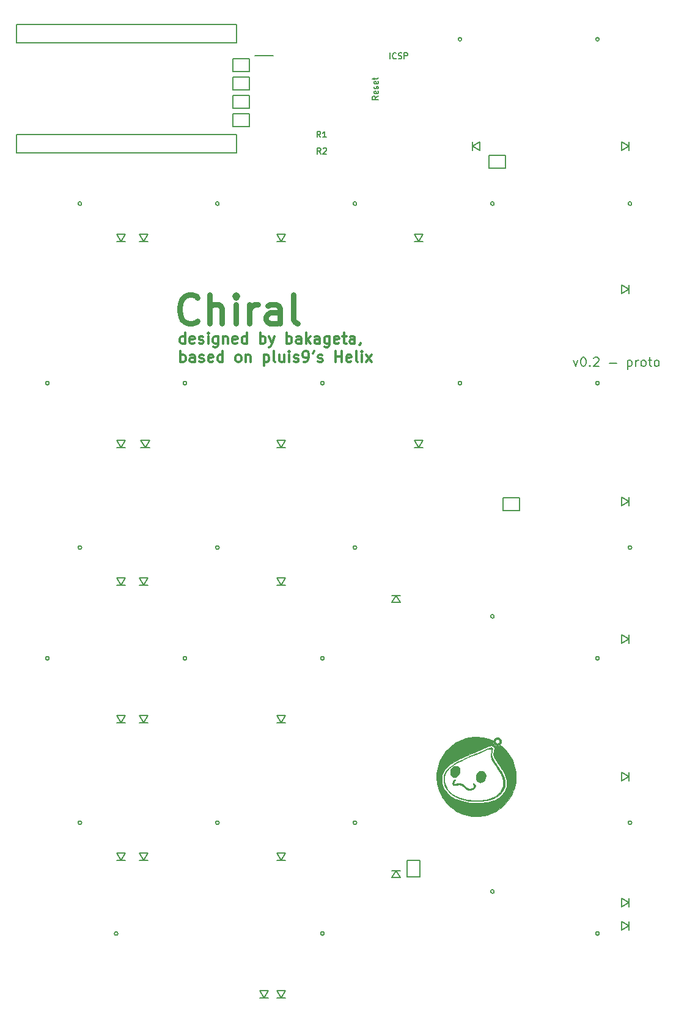
<source format=gto>
G04 #@! TF.GenerationSoftware,KiCad,Pcbnew,(5.0.0)*
G04 #@! TF.CreationDate,2018-09-18T23:33:11-07:00*
G04 #@! TF.ProjectId,chiral,63686972616C2E6B696361645F706362,v0.2*
G04 #@! TF.SameCoordinates,Original*
G04 #@! TF.FileFunction,Legend,Top*
G04 #@! TF.FilePolarity,Positive*
%FSLAX46Y46*%
G04 Gerber Fmt 4.6, Leading zero omitted, Abs format (unit mm)*
G04 Created by KiCad (PCBNEW (5.0.0)) date 09/18/18 23:33:11*
%MOMM*%
%LPD*%
G01*
G04 APERTURE LIST*
%ADD10C,0.200000*%
%ADD11C,0.300000*%
%ADD12C,0.750000*%
%ADD13C,0.010000*%
%ADD14C,0.150000*%
G04 APERTURE END LIST*
D10*
X118262619Y-85237142D02*
X118560238Y-86070476D01*
X118857857Y-85237142D01*
X119572142Y-84820476D02*
X119691190Y-84820476D01*
X119810238Y-84880000D01*
X119869761Y-84939523D01*
X119929285Y-85058571D01*
X119988809Y-85296666D01*
X119988809Y-85594285D01*
X119929285Y-85832380D01*
X119869761Y-85951428D01*
X119810238Y-86010952D01*
X119691190Y-86070476D01*
X119572142Y-86070476D01*
X119453095Y-86010952D01*
X119393571Y-85951428D01*
X119334047Y-85832380D01*
X119274523Y-85594285D01*
X119274523Y-85296666D01*
X119334047Y-85058571D01*
X119393571Y-84939523D01*
X119453095Y-84880000D01*
X119572142Y-84820476D01*
X120524523Y-85951428D02*
X120584047Y-86010952D01*
X120524523Y-86070476D01*
X120465000Y-86010952D01*
X120524523Y-85951428D01*
X120524523Y-86070476D01*
X121060238Y-84939523D02*
X121119761Y-84880000D01*
X121238809Y-84820476D01*
X121536428Y-84820476D01*
X121655476Y-84880000D01*
X121715000Y-84939523D01*
X121774523Y-85058571D01*
X121774523Y-85177619D01*
X121715000Y-85356190D01*
X121000714Y-86070476D01*
X121774523Y-86070476D01*
X123262619Y-85594285D02*
X124215000Y-85594285D01*
X125762619Y-85237142D02*
X125762619Y-86487142D01*
X125762619Y-85296666D02*
X125881666Y-85237142D01*
X126119761Y-85237142D01*
X126238809Y-85296666D01*
X126298333Y-85356190D01*
X126357857Y-85475238D01*
X126357857Y-85832380D01*
X126298333Y-85951428D01*
X126238809Y-86010952D01*
X126119761Y-86070476D01*
X125881666Y-86070476D01*
X125762619Y-86010952D01*
X126893571Y-86070476D02*
X126893571Y-85237142D01*
X126893571Y-85475238D02*
X126953095Y-85356190D01*
X127012619Y-85296666D01*
X127131666Y-85237142D01*
X127250714Y-85237142D01*
X127845952Y-86070476D02*
X127726904Y-86010952D01*
X127667380Y-85951428D01*
X127607857Y-85832380D01*
X127607857Y-85475238D01*
X127667380Y-85356190D01*
X127726904Y-85296666D01*
X127845952Y-85237142D01*
X128024523Y-85237142D01*
X128143571Y-85296666D01*
X128203095Y-85356190D01*
X128262619Y-85475238D01*
X128262619Y-85832380D01*
X128203095Y-85951428D01*
X128143571Y-86010952D01*
X128024523Y-86070476D01*
X127845952Y-86070476D01*
X128619761Y-85237142D02*
X129095952Y-85237142D01*
X128798333Y-84820476D02*
X128798333Y-85891904D01*
X128857857Y-86010952D01*
X128976904Y-86070476D01*
X129095952Y-86070476D01*
X129691190Y-86070476D02*
X129572142Y-86010952D01*
X129512619Y-85951428D01*
X129453095Y-85832380D01*
X129453095Y-85475238D01*
X129512619Y-85356190D01*
X129572142Y-85296666D01*
X129691190Y-85237142D01*
X129869761Y-85237142D01*
X129988809Y-85296666D01*
X130048333Y-85356190D01*
X130107857Y-85475238D01*
X130107857Y-85832380D01*
X130048333Y-85951428D01*
X129988809Y-86010952D01*
X129869761Y-86070476D01*
X129691190Y-86070476D01*
D11*
X64450000Y-82918571D02*
X64450000Y-81418571D01*
X64450000Y-82847142D02*
X64307142Y-82918571D01*
X64021428Y-82918571D01*
X63878571Y-82847142D01*
X63807142Y-82775714D01*
X63735714Y-82632857D01*
X63735714Y-82204285D01*
X63807142Y-82061428D01*
X63878571Y-81990000D01*
X64021428Y-81918571D01*
X64307142Y-81918571D01*
X64450000Y-81990000D01*
X65735714Y-82847142D02*
X65592857Y-82918571D01*
X65307142Y-82918571D01*
X65164285Y-82847142D01*
X65092857Y-82704285D01*
X65092857Y-82132857D01*
X65164285Y-81990000D01*
X65307142Y-81918571D01*
X65592857Y-81918571D01*
X65735714Y-81990000D01*
X65807142Y-82132857D01*
X65807142Y-82275714D01*
X65092857Y-82418571D01*
X66378571Y-82847142D02*
X66521428Y-82918571D01*
X66807142Y-82918571D01*
X66950000Y-82847142D01*
X67021428Y-82704285D01*
X67021428Y-82632857D01*
X66950000Y-82490000D01*
X66807142Y-82418571D01*
X66592857Y-82418571D01*
X66450000Y-82347142D01*
X66378571Y-82204285D01*
X66378571Y-82132857D01*
X66450000Y-81990000D01*
X66592857Y-81918571D01*
X66807142Y-81918571D01*
X66950000Y-81990000D01*
X67664285Y-82918571D02*
X67664285Y-81918571D01*
X67664285Y-81418571D02*
X67592857Y-81490000D01*
X67664285Y-81561428D01*
X67735714Y-81490000D01*
X67664285Y-81418571D01*
X67664285Y-81561428D01*
X69021428Y-81918571D02*
X69021428Y-83132857D01*
X68950000Y-83275714D01*
X68878571Y-83347142D01*
X68735714Y-83418571D01*
X68521428Y-83418571D01*
X68378571Y-83347142D01*
X69021428Y-82847142D02*
X68878571Y-82918571D01*
X68592857Y-82918571D01*
X68450000Y-82847142D01*
X68378571Y-82775714D01*
X68307142Y-82632857D01*
X68307142Y-82204285D01*
X68378571Y-82061428D01*
X68450000Y-81990000D01*
X68592857Y-81918571D01*
X68878571Y-81918571D01*
X69021428Y-81990000D01*
X69735714Y-81918571D02*
X69735714Y-82918571D01*
X69735714Y-82061428D02*
X69807142Y-81990000D01*
X69950000Y-81918571D01*
X70164285Y-81918571D01*
X70307142Y-81990000D01*
X70378571Y-82132857D01*
X70378571Y-82918571D01*
X71664285Y-82847142D02*
X71521428Y-82918571D01*
X71235714Y-82918571D01*
X71092857Y-82847142D01*
X71021428Y-82704285D01*
X71021428Y-82132857D01*
X71092857Y-81990000D01*
X71235714Y-81918571D01*
X71521428Y-81918571D01*
X71664285Y-81990000D01*
X71735714Y-82132857D01*
X71735714Y-82275714D01*
X71021428Y-82418571D01*
X73021428Y-82918571D02*
X73021428Y-81418571D01*
X73021428Y-82847142D02*
X72878571Y-82918571D01*
X72592857Y-82918571D01*
X72450000Y-82847142D01*
X72378571Y-82775714D01*
X72307142Y-82632857D01*
X72307142Y-82204285D01*
X72378571Y-82061428D01*
X72450000Y-81990000D01*
X72592857Y-81918571D01*
X72878571Y-81918571D01*
X73021428Y-81990000D01*
X74878571Y-82918571D02*
X74878571Y-81418571D01*
X74878571Y-81990000D02*
X75021428Y-81918571D01*
X75307142Y-81918571D01*
X75450000Y-81990000D01*
X75521428Y-82061428D01*
X75592857Y-82204285D01*
X75592857Y-82632857D01*
X75521428Y-82775714D01*
X75450000Y-82847142D01*
X75307142Y-82918571D01*
X75021428Y-82918571D01*
X74878571Y-82847142D01*
X76092857Y-81918571D02*
X76450000Y-82918571D01*
X76807142Y-81918571D02*
X76450000Y-82918571D01*
X76307142Y-83275714D01*
X76235714Y-83347142D01*
X76092857Y-83418571D01*
X78521428Y-82918571D02*
X78521428Y-81418571D01*
X78521428Y-81990000D02*
X78664285Y-81918571D01*
X78950000Y-81918571D01*
X79092857Y-81990000D01*
X79164285Y-82061428D01*
X79235714Y-82204285D01*
X79235714Y-82632857D01*
X79164285Y-82775714D01*
X79092857Y-82847142D01*
X78950000Y-82918571D01*
X78664285Y-82918571D01*
X78521428Y-82847142D01*
X80521428Y-82918571D02*
X80521428Y-82132857D01*
X80450000Y-81990000D01*
X80307142Y-81918571D01*
X80021428Y-81918571D01*
X79878571Y-81990000D01*
X80521428Y-82847142D02*
X80378571Y-82918571D01*
X80021428Y-82918571D01*
X79878571Y-82847142D01*
X79807142Y-82704285D01*
X79807142Y-82561428D01*
X79878571Y-82418571D01*
X80021428Y-82347142D01*
X80378571Y-82347142D01*
X80521428Y-82275714D01*
X81235714Y-82918571D02*
X81235714Y-81418571D01*
X81378571Y-82347142D02*
X81807142Y-82918571D01*
X81807142Y-81918571D02*
X81235714Y-82490000D01*
X83092857Y-82918571D02*
X83092857Y-82132857D01*
X83021428Y-81990000D01*
X82878571Y-81918571D01*
X82592857Y-81918571D01*
X82450000Y-81990000D01*
X83092857Y-82847142D02*
X82950000Y-82918571D01*
X82592857Y-82918571D01*
X82450000Y-82847142D01*
X82378571Y-82704285D01*
X82378571Y-82561428D01*
X82450000Y-82418571D01*
X82592857Y-82347142D01*
X82950000Y-82347142D01*
X83092857Y-82275714D01*
X84450000Y-81918571D02*
X84450000Y-83132857D01*
X84378571Y-83275714D01*
X84307142Y-83347142D01*
X84164285Y-83418571D01*
X83950000Y-83418571D01*
X83807142Y-83347142D01*
X84450000Y-82847142D02*
X84307142Y-82918571D01*
X84021428Y-82918571D01*
X83878571Y-82847142D01*
X83807142Y-82775714D01*
X83735714Y-82632857D01*
X83735714Y-82204285D01*
X83807142Y-82061428D01*
X83878571Y-81990000D01*
X84021428Y-81918571D01*
X84307142Y-81918571D01*
X84450000Y-81990000D01*
X85735714Y-82847142D02*
X85592857Y-82918571D01*
X85307142Y-82918571D01*
X85164285Y-82847142D01*
X85092857Y-82704285D01*
X85092857Y-82132857D01*
X85164285Y-81990000D01*
X85307142Y-81918571D01*
X85592857Y-81918571D01*
X85735714Y-81990000D01*
X85807142Y-82132857D01*
X85807142Y-82275714D01*
X85092857Y-82418571D01*
X86235714Y-81918571D02*
X86807142Y-81918571D01*
X86450000Y-81418571D02*
X86450000Y-82704285D01*
X86521428Y-82847142D01*
X86664285Y-82918571D01*
X86807142Y-82918571D01*
X87950000Y-82918571D02*
X87950000Y-82132857D01*
X87878571Y-81990000D01*
X87735714Y-81918571D01*
X87450000Y-81918571D01*
X87307142Y-81990000D01*
X87950000Y-82847142D02*
X87807142Y-82918571D01*
X87450000Y-82918571D01*
X87307142Y-82847142D01*
X87235714Y-82704285D01*
X87235714Y-82561428D01*
X87307142Y-82418571D01*
X87450000Y-82347142D01*
X87807142Y-82347142D01*
X87950000Y-82275714D01*
X88735714Y-82847142D02*
X88735714Y-82918571D01*
X88664285Y-83061428D01*
X88592857Y-83132857D01*
X63807142Y-85468571D02*
X63807142Y-83968571D01*
X63807142Y-84540000D02*
X63950000Y-84468571D01*
X64235714Y-84468571D01*
X64378571Y-84540000D01*
X64450000Y-84611428D01*
X64521428Y-84754285D01*
X64521428Y-85182857D01*
X64450000Y-85325714D01*
X64378571Y-85397142D01*
X64235714Y-85468571D01*
X63950000Y-85468571D01*
X63807142Y-85397142D01*
X65807142Y-85468571D02*
X65807142Y-84682857D01*
X65735714Y-84540000D01*
X65592857Y-84468571D01*
X65307142Y-84468571D01*
X65164285Y-84540000D01*
X65807142Y-85397142D02*
X65664285Y-85468571D01*
X65307142Y-85468571D01*
X65164285Y-85397142D01*
X65092857Y-85254285D01*
X65092857Y-85111428D01*
X65164285Y-84968571D01*
X65307142Y-84897142D01*
X65664285Y-84897142D01*
X65807142Y-84825714D01*
X66450000Y-85397142D02*
X66592857Y-85468571D01*
X66878571Y-85468571D01*
X67021428Y-85397142D01*
X67092857Y-85254285D01*
X67092857Y-85182857D01*
X67021428Y-85040000D01*
X66878571Y-84968571D01*
X66664285Y-84968571D01*
X66521428Y-84897142D01*
X66450000Y-84754285D01*
X66450000Y-84682857D01*
X66521428Y-84540000D01*
X66664285Y-84468571D01*
X66878571Y-84468571D01*
X67021428Y-84540000D01*
X68307142Y-85397142D02*
X68164285Y-85468571D01*
X67878571Y-85468571D01*
X67735714Y-85397142D01*
X67664285Y-85254285D01*
X67664285Y-84682857D01*
X67735714Y-84540000D01*
X67878571Y-84468571D01*
X68164285Y-84468571D01*
X68307142Y-84540000D01*
X68378571Y-84682857D01*
X68378571Y-84825714D01*
X67664285Y-84968571D01*
X69664285Y-85468571D02*
X69664285Y-83968571D01*
X69664285Y-85397142D02*
X69521428Y-85468571D01*
X69235714Y-85468571D01*
X69092857Y-85397142D01*
X69021428Y-85325714D01*
X68950000Y-85182857D01*
X68950000Y-84754285D01*
X69021428Y-84611428D01*
X69092857Y-84540000D01*
X69235714Y-84468571D01*
X69521428Y-84468571D01*
X69664285Y-84540000D01*
X71735714Y-85468571D02*
X71592857Y-85397142D01*
X71521428Y-85325714D01*
X71450000Y-85182857D01*
X71450000Y-84754285D01*
X71521428Y-84611428D01*
X71592857Y-84540000D01*
X71735714Y-84468571D01*
X71950000Y-84468571D01*
X72092857Y-84540000D01*
X72164285Y-84611428D01*
X72235714Y-84754285D01*
X72235714Y-85182857D01*
X72164285Y-85325714D01*
X72092857Y-85397142D01*
X71950000Y-85468571D01*
X71735714Y-85468571D01*
X72878571Y-84468571D02*
X72878571Y-85468571D01*
X72878571Y-84611428D02*
X72950000Y-84540000D01*
X73092857Y-84468571D01*
X73307142Y-84468571D01*
X73450000Y-84540000D01*
X73521428Y-84682857D01*
X73521428Y-85468571D01*
X75378571Y-84468571D02*
X75378571Y-85968571D01*
X75378571Y-84540000D02*
X75521428Y-84468571D01*
X75807142Y-84468571D01*
X75950000Y-84540000D01*
X76021428Y-84611428D01*
X76092857Y-84754285D01*
X76092857Y-85182857D01*
X76021428Y-85325714D01*
X75950000Y-85397142D01*
X75807142Y-85468571D01*
X75521428Y-85468571D01*
X75378571Y-85397142D01*
X76950000Y-85468571D02*
X76807142Y-85397142D01*
X76735714Y-85254285D01*
X76735714Y-83968571D01*
X78164285Y-84468571D02*
X78164285Y-85468571D01*
X77521428Y-84468571D02*
X77521428Y-85254285D01*
X77592857Y-85397142D01*
X77735714Y-85468571D01*
X77950000Y-85468571D01*
X78092857Y-85397142D01*
X78164285Y-85325714D01*
X78878571Y-85468571D02*
X78878571Y-84468571D01*
X78878571Y-83968571D02*
X78807142Y-84040000D01*
X78878571Y-84111428D01*
X78950000Y-84040000D01*
X78878571Y-83968571D01*
X78878571Y-84111428D01*
X79521428Y-85397142D02*
X79664285Y-85468571D01*
X79950000Y-85468571D01*
X80092857Y-85397142D01*
X80164285Y-85254285D01*
X80164285Y-85182857D01*
X80092857Y-85040000D01*
X79950000Y-84968571D01*
X79735714Y-84968571D01*
X79592857Y-84897142D01*
X79521428Y-84754285D01*
X79521428Y-84682857D01*
X79592857Y-84540000D01*
X79735714Y-84468571D01*
X79950000Y-84468571D01*
X80092857Y-84540000D01*
X80878571Y-85468571D02*
X81164285Y-85468571D01*
X81307142Y-85397142D01*
X81378571Y-85325714D01*
X81521428Y-85111428D01*
X81592857Y-84825714D01*
X81592857Y-84254285D01*
X81521428Y-84111428D01*
X81450000Y-84040000D01*
X81307142Y-83968571D01*
X81021428Y-83968571D01*
X80878571Y-84040000D01*
X80807142Y-84111428D01*
X80735714Y-84254285D01*
X80735714Y-84611428D01*
X80807142Y-84754285D01*
X80878571Y-84825714D01*
X81021428Y-84897142D01*
X81307142Y-84897142D01*
X81450000Y-84825714D01*
X81521428Y-84754285D01*
X81592857Y-84611428D01*
X82307142Y-83968571D02*
X82164285Y-84254285D01*
X82878571Y-85397142D02*
X83021428Y-85468571D01*
X83307142Y-85468571D01*
X83450000Y-85397142D01*
X83521428Y-85254285D01*
X83521428Y-85182857D01*
X83450000Y-85040000D01*
X83307142Y-84968571D01*
X83092857Y-84968571D01*
X82950000Y-84897142D01*
X82878571Y-84754285D01*
X82878571Y-84682857D01*
X82950000Y-84540000D01*
X83092857Y-84468571D01*
X83307142Y-84468571D01*
X83450000Y-84540000D01*
X85307142Y-85468571D02*
X85307142Y-83968571D01*
X85307142Y-84682857D02*
X86164285Y-84682857D01*
X86164285Y-85468571D02*
X86164285Y-83968571D01*
X87450000Y-85397142D02*
X87307142Y-85468571D01*
X87021428Y-85468571D01*
X86878571Y-85397142D01*
X86807142Y-85254285D01*
X86807142Y-84682857D01*
X86878571Y-84540000D01*
X87021428Y-84468571D01*
X87307142Y-84468571D01*
X87450000Y-84540000D01*
X87521428Y-84682857D01*
X87521428Y-84825714D01*
X86807142Y-84968571D01*
X88378571Y-85468571D02*
X88235714Y-85397142D01*
X88164285Y-85254285D01*
X88164285Y-83968571D01*
X88950000Y-85468571D02*
X88950000Y-84468571D01*
X88950000Y-83968571D02*
X88878571Y-84040000D01*
X88950000Y-84111428D01*
X89021428Y-84040000D01*
X88950000Y-83968571D01*
X88950000Y-84111428D01*
X89521428Y-85468571D02*
X90307142Y-84468571D01*
X89521428Y-84468571D02*
X90307142Y-85468571D01*
D12*
X66145952Y-79773571D02*
X65955476Y-79964047D01*
X65384047Y-80154523D01*
X65003095Y-80154523D01*
X64431666Y-79964047D01*
X64050714Y-79583095D01*
X63860238Y-79202142D01*
X63669761Y-78440238D01*
X63669761Y-77868809D01*
X63860238Y-77106904D01*
X64050714Y-76725952D01*
X64431666Y-76345000D01*
X65003095Y-76154523D01*
X65384047Y-76154523D01*
X65955476Y-76345000D01*
X66145952Y-76535476D01*
X67860238Y-80154523D02*
X67860238Y-76154523D01*
X69574523Y-80154523D02*
X69574523Y-78059285D01*
X69384047Y-77678333D01*
X69003095Y-77487857D01*
X68431666Y-77487857D01*
X68050714Y-77678333D01*
X67860238Y-77868809D01*
X71479285Y-80154523D02*
X71479285Y-77487857D01*
X71479285Y-76154523D02*
X71288809Y-76345000D01*
X71479285Y-76535476D01*
X71669761Y-76345000D01*
X71479285Y-76154523D01*
X71479285Y-76535476D01*
X73384047Y-80154523D02*
X73384047Y-77487857D01*
X73384047Y-78249761D02*
X73574523Y-77868809D01*
X73765000Y-77678333D01*
X74145952Y-77487857D01*
X74526904Y-77487857D01*
X77574523Y-80154523D02*
X77574523Y-78059285D01*
X77384047Y-77678333D01*
X77003095Y-77487857D01*
X76241190Y-77487857D01*
X75860238Y-77678333D01*
X77574523Y-79964047D02*
X77193571Y-80154523D01*
X76241190Y-80154523D01*
X75860238Y-79964047D01*
X75669761Y-79583095D01*
X75669761Y-79202142D01*
X75860238Y-78821190D01*
X76241190Y-78630714D01*
X77193571Y-78630714D01*
X77574523Y-78440238D01*
X80050714Y-80154523D02*
X79669761Y-79964047D01*
X79479285Y-79583095D01*
X79479285Y-76154523D01*
D13*
G04 #@! TO.C,LOGO1*
G36*
X105045804Y-137388653D02*
X105378158Y-137414570D01*
X105708269Y-137460400D01*
X106034909Y-137526109D01*
X106356848Y-137611661D01*
X106672859Y-137717022D01*
X106780541Y-137758062D01*
X106840611Y-137781883D01*
X106897679Y-137804820D01*
X106947170Y-137825013D01*
X106984505Y-137840599D01*
X107000145Y-137847403D01*
X107050416Y-137870073D01*
X107050416Y-137976530D01*
X107057962Y-138091394D01*
X107081444Y-138194098D01*
X107122131Y-138287742D01*
X107181290Y-138375424D01*
X107240450Y-138441049D01*
X107327848Y-138516898D01*
X107419563Y-138572936D01*
X107518207Y-138610230D01*
X107626393Y-138629848D01*
X107711875Y-138633625D01*
X107830546Y-138623226D01*
X107941570Y-138593121D01*
X108045209Y-138543240D01*
X108048762Y-138541101D01*
X108110483Y-138503677D01*
X108154595Y-138537937D01*
X108276625Y-138636722D01*
X108405710Y-138748476D01*
X108537024Y-138868654D01*
X108665737Y-138992709D01*
X108787021Y-139116094D01*
X108896048Y-139234265D01*
X108905471Y-139244916D01*
X109124373Y-139509115D01*
X109325147Y-139784105D01*
X109507584Y-140069413D01*
X109671475Y-140364565D01*
X109816612Y-140669087D01*
X109942786Y-140982507D01*
X110049789Y-141304349D01*
X110137411Y-141634141D01*
X110205445Y-141971408D01*
X110252329Y-142303500D01*
X110258996Y-142376829D01*
X110264709Y-142467018D01*
X110269397Y-142569778D01*
X110272985Y-142680820D01*
X110275404Y-142795856D01*
X110276579Y-142910596D01*
X110276438Y-143020752D01*
X110274910Y-143122036D01*
X110271922Y-143210158D01*
X110268563Y-143266583D01*
X110232075Y-143612217D01*
X110175535Y-143951264D01*
X110099054Y-144283426D01*
X110002742Y-144608405D01*
X109886711Y-144925902D01*
X109751072Y-145235619D01*
X109595935Y-145537258D01*
X109421410Y-145830519D01*
X109227610Y-146115106D01*
X109193849Y-146161125D01*
X109030610Y-146368846D01*
X108850390Y-146575384D01*
X108657184Y-146776725D01*
X108454987Y-146968854D01*
X108247796Y-147147759D01*
X108082291Y-147277793D01*
X107804923Y-147473374D01*
X107519851Y-147649461D01*
X107225853Y-147806694D01*
X106921705Y-147945713D01*
X106606188Y-148067158D01*
X106515958Y-148097994D01*
X106216943Y-148188812D01*
X105919978Y-148261208D01*
X105620197Y-148316152D01*
X105312734Y-148354612D01*
X105161291Y-148367480D01*
X105093235Y-148371216D01*
X105008851Y-148373956D01*
X104912953Y-148375706D01*
X104810355Y-148376470D01*
X104705874Y-148376252D01*
X104604322Y-148375059D01*
X104510514Y-148372894D01*
X104429266Y-148369763D01*
X104378125Y-148366684D01*
X104092511Y-148337219D01*
X103800338Y-148291171D01*
X103507015Y-148229414D01*
X103462666Y-148218706D01*
X103138490Y-148128278D01*
X102821591Y-148018280D01*
X102512813Y-147889303D01*
X102212999Y-147741941D01*
X101922991Y-147576788D01*
X101643633Y-147394437D01*
X101375767Y-147195482D01*
X101120238Y-146980516D01*
X100877887Y-146750131D01*
X100649558Y-146504923D01*
X100436094Y-146245484D01*
X100238337Y-145972407D01*
X100208743Y-145928291D01*
X100132712Y-145812069D01*
X100066777Y-145707235D01*
X100007932Y-145608555D01*
X99953169Y-145510794D01*
X99899480Y-145408718D01*
X99843858Y-145297093D01*
X99831736Y-145272125D01*
X99702852Y-144986637D01*
X99592098Y-144699863D01*
X99498732Y-144409118D01*
X99422010Y-144111718D01*
X99361190Y-143804978D01*
X99315528Y-143486215D01*
X99301518Y-143356541D01*
X99297040Y-143296564D01*
X99293475Y-143219354D01*
X99292219Y-143176463D01*
X99993106Y-143176463D01*
X99994546Y-143275232D01*
X99997770Y-143372380D01*
X100002716Y-143463369D01*
X100009322Y-143543663D01*
X100016656Y-143603170D01*
X100064510Y-143849916D01*
X100131237Y-144087112D01*
X100216774Y-144314670D01*
X100321058Y-144532499D01*
X100444027Y-144740512D01*
X100585619Y-144938618D01*
X100745772Y-145126731D01*
X100924424Y-145304759D01*
X101121511Y-145472615D01*
X101336972Y-145630209D01*
X101518078Y-145746152D01*
X101754259Y-145878040D01*
X102007494Y-145998952D01*
X102276540Y-146108557D01*
X102560156Y-146206522D01*
X102857101Y-146292519D01*
X103166132Y-146366214D01*
X103486008Y-146427279D01*
X103815488Y-146475381D01*
X104153329Y-146510190D01*
X104457500Y-146529607D01*
X104518904Y-146531694D01*
X104596813Y-146533222D01*
X104687255Y-146534208D01*
X104786261Y-146534667D01*
X104889862Y-146534616D01*
X104994088Y-146534070D01*
X105094969Y-146533045D01*
X105188536Y-146531558D01*
X105270818Y-146529624D01*
X105337847Y-146527260D01*
X105363846Y-146525953D01*
X105706955Y-146499006D01*
X106034619Y-146458574D01*
X106346718Y-146404699D01*
X106643132Y-146337425D01*
X106923743Y-146256797D01*
X107188430Y-146162858D01*
X107437075Y-146055652D01*
X107669556Y-145935222D01*
X107885754Y-145801612D01*
X108085551Y-145654866D01*
X108268826Y-145495028D01*
X108318817Y-145446284D01*
X108474215Y-145276709D01*
X108610627Y-145097791D01*
X108728020Y-144909597D01*
X108826358Y-144712196D01*
X108905610Y-144505654D01*
X108965741Y-144290041D01*
X109006719Y-144065423D01*
X109008670Y-144050884D01*
X109019744Y-143924045D01*
X109022172Y-143783290D01*
X109016322Y-143633855D01*
X109002564Y-143480975D01*
X108981266Y-143329886D01*
X108952797Y-143185823D01*
X108945575Y-143155458D01*
X108910474Y-143024128D01*
X108869666Y-142893604D01*
X108822376Y-142762421D01*
X108767831Y-142629112D01*
X108705256Y-142492211D01*
X108633877Y-142350253D01*
X108552920Y-142201771D01*
X108461612Y-142045300D01*
X108359178Y-141879372D01*
X108244844Y-141702523D01*
X108117836Y-141513285D01*
X107977381Y-141310194D01*
X107952986Y-141275430D01*
X107829404Y-141098733D01*
X107718244Y-140937399D01*
X107619007Y-140790028D01*
X107531191Y-140655217D01*
X107454298Y-140531566D01*
X107387828Y-140417674D01*
X107331281Y-140312138D01*
X107284157Y-140213559D01*
X107245956Y-140120533D01*
X107216180Y-140031661D01*
X107194327Y-139945541D01*
X107179898Y-139860771D01*
X107172394Y-139775951D01*
X107171314Y-139689678D01*
X107176160Y-139600552D01*
X107186430Y-139507172D01*
X107201626Y-139408135D01*
X107221247Y-139302041D01*
X107231323Y-139251938D01*
X107252476Y-139140412D01*
X107266062Y-139046233D01*
X107271720Y-138966847D01*
X107269091Y-138899701D01*
X107257814Y-138842238D01*
X107237530Y-138791907D01*
X107207878Y-138746151D01*
X107168498Y-138702416D01*
X107151593Y-138686421D01*
X107101326Y-138645365D01*
X107051416Y-138616402D01*
X106996671Y-138597781D01*
X106931901Y-138587754D01*
X106851915Y-138584572D01*
X106849333Y-138584564D01*
X106785363Y-138586459D01*
X106720511Y-138592842D01*
X106652954Y-138604340D01*
X106580872Y-138621578D01*
X106502443Y-138645184D01*
X106415847Y-138675782D01*
X106319261Y-138714000D01*
X106210866Y-138760463D01*
X106088839Y-138815797D01*
X105951360Y-138880630D01*
X105859791Y-138924789D01*
X105740703Y-138982575D01*
X105637777Y-139032366D01*
X105548146Y-139075433D01*
X105468943Y-139113047D01*
X105397298Y-139146478D01*
X105330345Y-139176998D01*
X105265216Y-139205878D01*
X105199042Y-139234388D01*
X105128956Y-139263801D01*
X105052090Y-139295386D01*
X104965577Y-139330415D01*
X104866547Y-139370158D01*
X104752134Y-139415888D01*
X104747710Y-139417655D01*
X104444917Y-139539256D01*
X104161086Y-139654688D01*
X103895095Y-139764466D01*
X103645821Y-139869104D01*
X103412144Y-139969117D01*
X103192942Y-140065020D01*
X102987091Y-140157328D01*
X102793472Y-140246556D01*
X102610961Y-140333218D01*
X102438436Y-140417830D01*
X102274777Y-140500906D01*
X102118861Y-140582961D01*
X101969567Y-140664510D01*
X101825771Y-140746067D01*
X101727000Y-140803905D01*
X101474237Y-140960595D01*
X101242342Y-141118492D01*
X101031033Y-141277932D01*
X100840028Y-141439249D01*
X100669046Y-141602780D01*
X100517807Y-141768860D01*
X100386027Y-141937824D01*
X100273427Y-142110009D01*
X100179724Y-142285750D01*
X100104637Y-142465382D01*
X100047886Y-142649242D01*
X100009187Y-142837664D01*
X100006426Y-142855910D01*
X100000109Y-142915796D01*
X99995825Y-142992208D01*
X99993511Y-143080610D01*
X99993106Y-143176463D01*
X99292219Y-143176463D01*
X99290823Y-143128824D01*
X99289085Y-143028889D01*
X99288260Y-142923462D01*
X99288349Y-142816457D01*
X99289350Y-142711788D01*
X99291266Y-142613369D01*
X99294094Y-142525113D01*
X99297836Y-142450935D01*
X99301518Y-142404041D01*
X99343283Y-142068899D01*
X99401555Y-141745690D01*
X99476882Y-141432440D01*
X99569813Y-141127176D01*
X99680897Y-140827926D01*
X99810681Y-140532716D01*
X99837035Y-140477875D01*
X99995164Y-140177053D01*
X100170540Y-139888061D01*
X100362461Y-139611514D01*
X100570223Y-139348024D01*
X100793125Y-139098204D01*
X101030464Y-138862668D01*
X101281537Y-138642028D01*
X101545641Y-138436899D01*
X101822074Y-138247893D01*
X102110134Y-138075624D01*
X102409116Y-137920704D01*
X102718320Y-137783748D01*
X103037042Y-137665367D01*
X103073375Y-137653268D01*
X103393388Y-137558978D01*
X103718529Y-137484809D01*
X104047569Y-137430727D01*
X104379281Y-137396697D01*
X104712436Y-137382683D01*
X105045804Y-137388653D01*
X105045804Y-137388653D01*
G37*
X105045804Y-137388653D02*
X105378158Y-137414570D01*
X105708269Y-137460400D01*
X106034909Y-137526109D01*
X106356848Y-137611661D01*
X106672859Y-137717022D01*
X106780541Y-137758062D01*
X106840611Y-137781883D01*
X106897679Y-137804820D01*
X106947170Y-137825013D01*
X106984505Y-137840599D01*
X107000145Y-137847403D01*
X107050416Y-137870073D01*
X107050416Y-137976530D01*
X107057962Y-138091394D01*
X107081444Y-138194098D01*
X107122131Y-138287742D01*
X107181290Y-138375424D01*
X107240450Y-138441049D01*
X107327848Y-138516898D01*
X107419563Y-138572936D01*
X107518207Y-138610230D01*
X107626393Y-138629848D01*
X107711875Y-138633625D01*
X107830546Y-138623226D01*
X107941570Y-138593121D01*
X108045209Y-138543240D01*
X108048762Y-138541101D01*
X108110483Y-138503677D01*
X108154595Y-138537937D01*
X108276625Y-138636722D01*
X108405710Y-138748476D01*
X108537024Y-138868654D01*
X108665737Y-138992709D01*
X108787021Y-139116094D01*
X108896048Y-139234265D01*
X108905471Y-139244916D01*
X109124373Y-139509115D01*
X109325147Y-139784105D01*
X109507584Y-140069413D01*
X109671475Y-140364565D01*
X109816612Y-140669087D01*
X109942786Y-140982507D01*
X110049789Y-141304349D01*
X110137411Y-141634141D01*
X110205445Y-141971408D01*
X110252329Y-142303500D01*
X110258996Y-142376829D01*
X110264709Y-142467018D01*
X110269397Y-142569778D01*
X110272985Y-142680820D01*
X110275404Y-142795856D01*
X110276579Y-142910596D01*
X110276438Y-143020752D01*
X110274910Y-143122036D01*
X110271922Y-143210158D01*
X110268563Y-143266583D01*
X110232075Y-143612217D01*
X110175535Y-143951264D01*
X110099054Y-144283426D01*
X110002742Y-144608405D01*
X109886711Y-144925902D01*
X109751072Y-145235619D01*
X109595935Y-145537258D01*
X109421410Y-145830519D01*
X109227610Y-146115106D01*
X109193849Y-146161125D01*
X109030610Y-146368846D01*
X108850390Y-146575384D01*
X108657184Y-146776725D01*
X108454987Y-146968854D01*
X108247796Y-147147759D01*
X108082291Y-147277793D01*
X107804923Y-147473374D01*
X107519851Y-147649461D01*
X107225853Y-147806694D01*
X106921705Y-147945713D01*
X106606188Y-148067158D01*
X106515958Y-148097994D01*
X106216943Y-148188812D01*
X105919978Y-148261208D01*
X105620197Y-148316152D01*
X105312734Y-148354612D01*
X105161291Y-148367480D01*
X105093235Y-148371216D01*
X105008851Y-148373956D01*
X104912953Y-148375706D01*
X104810355Y-148376470D01*
X104705874Y-148376252D01*
X104604322Y-148375059D01*
X104510514Y-148372894D01*
X104429266Y-148369763D01*
X104378125Y-148366684D01*
X104092511Y-148337219D01*
X103800338Y-148291171D01*
X103507015Y-148229414D01*
X103462666Y-148218706D01*
X103138490Y-148128278D01*
X102821591Y-148018280D01*
X102512813Y-147889303D01*
X102212999Y-147741941D01*
X101922991Y-147576788D01*
X101643633Y-147394437D01*
X101375767Y-147195482D01*
X101120238Y-146980516D01*
X100877887Y-146750131D01*
X100649558Y-146504923D01*
X100436094Y-146245484D01*
X100238337Y-145972407D01*
X100208743Y-145928291D01*
X100132712Y-145812069D01*
X100066777Y-145707235D01*
X100007932Y-145608555D01*
X99953169Y-145510794D01*
X99899480Y-145408718D01*
X99843858Y-145297093D01*
X99831736Y-145272125D01*
X99702852Y-144986637D01*
X99592098Y-144699863D01*
X99498732Y-144409118D01*
X99422010Y-144111718D01*
X99361190Y-143804978D01*
X99315528Y-143486215D01*
X99301518Y-143356541D01*
X99297040Y-143296564D01*
X99293475Y-143219354D01*
X99292219Y-143176463D01*
X99993106Y-143176463D01*
X99994546Y-143275232D01*
X99997770Y-143372380D01*
X100002716Y-143463369D01*
X100009322Y-143543663D01*
X100016656Y-143603170D01*
X100064510Y-143849916D01*
X100131237Y-144087112D01*
X100216774Y-144314670D01*
X100321058Y-144532499D01*
X100444027Y-144740512D01*
X100585619Y-144938618D01*
X100745772Y-145126731D01*
X100924424Y-145304759D01*
X101121511Y-145472615D01*
X101336972Y-145630209D01*
X101518078Y-145746152D01*
X101754259Y-145878040D01*
X102007494Y-145998952D01*
X102276540Y-146108557D01*
X102560156Y-146206522D01*
X102857101Y-146292519D01*
X103166132Y-146366214D01*
X103486008Y-146427279D01*
X103815488Y-146475381D01*
X104153329Y-146510190D01*
X104457500Y-146529607D01*
X104518904Y-146531694D01*
X104596813Y-146533222D01*
X104687255Y-146534208D01*
X104786261Y-146534667D01*
X104889862Y-146534616D01*
X104994088Y-146534070D01*
X105094969Y-146533045D01*
X105188536Y-146531558D01*
X105270818Y-146529624D01*
X105337847Y-146527260D01*
X105363846Y-146525953D01*
X105706955Y-146499006D01*
X106034619Y-146458574D01*
X106346718Y-146404699D01*
X106643132Y-146337425D01*
X106923743Y-146256797D01*
X107188430Y-146162858D01*
X107437075Y-146055652D01*
X107669556Y-145935222D01*
X107885754Y-145801612D01*
X108085551Y-145654866D01*
X108268826Y-145495028D01*
X108318817Y-145446284D01*
X108474215Y-145276709D01*
X108610627Y-145097791D01*
X108728020Y-144909597D01*
X108826358Y-144712196D01*
X108905610Y-144505654D01*
X108965741Y-144290041D01*
X109006719Y-144065423D01*
X109008670Y-144050884D01*
X109019744Y-143924045D01*
X109022172Y-143783290D01*
X109016322Y-143633855D01*
X109002564Y-143480975D01*
X108981266Y-143329886D01*
X108952797Y-143185823D01*
X108945575Y-143155458D01*
X108910474Y-143024128D01*
X108869666Y-142893604D01*
X108822376Y-142762421D01*
X108767831Y-142629112D01*
X108705256Y-142492211D01*
X108633877Y-142350253D01*
X108552920Y-142201771D01*
X108461612Y-142045300D01*
X108359178Y-141879372D01*
X108244844Y-141702523D01*
X108117836Y-141513285D01*
X107977381Y-141310194D01*
X107952986Y-141275430D01*
X107829404Y-141098733D01*
X107718244Y-140937399D01*
X107619007Y-140790028D01*
X107531191Y-140655217D01*
X107454298Y-140531566D01*
X107387828Y-140417674D01*
X107331281Y-140312138D01*
X107284157Y-140213559D01*
X107245956Y-140120533D01*
X107216180Y-140031661D01*
X107194327Y-139945541D01*
X107179898Y-139860771D01*
X107172394Y-139775951D01*
X107171314Y-139689678D01*
X107176160Y-139600552D01*
X107186430Y-139507172D01*
X107201626Y-139408135D01*
X107221247Y-139302041D01*
X107231323Y-139251938D01*
X107252476Y-139140412D01*
X107266062Y-139046233D01*
X107271720Y-138966847D01*
X107269091Y-138899701D01*
X107257814Y-138842238D01*
X107237530Y-138791907D01*
X107207878Y-138746151D01*
X107168498Y-138702416D01*
X107151593Y-138686421D01*
X107101326Y-138645365D01*
X107051416Y-138616402D01*
X106996671Y-138597781D01*
X106931901Y-138587754D01*
X106851915Y-138584572D01*
X106849333Y-138584564D01*
X106785363Y-138586459D01*
X106720511Y-138592842D01*
X106652954Y-138604340D01*
X106580872Y-138621578D01*
X106502443Y-138645184D01*
X106415847Y-138675782D01*
X106319261Y-138714000D01*
X106210866Y-138760463D01*
X106088839Y-138815797D01*
X105951360Y-138880630D01*
X105859791Y-138924789D01*
X105740703Y-138982575D01*
X105637777Y-139032366D01*
X105548146Y-139075433D01*
X105468943Y-139113047D01*
X105397298Y-139146478D01*
X105330345Y-139176998D01*
X105265216Y-139205878D01*
X105199042Y-139234388D01*
X105128956Y-139263801D01*
X105052090Y-139295386D01*
X104965577Y-139330415D01*
X104866547Y-139370158D01*
X104752134Y-139415888D01*
X104747710Y-139417655D01*
X104444917Y-139539256D01*
X104161086Y-139654688D01*
X103895095Y-139764466D01*
X103645821Y-139869104D01*
X103412144Y-139969117D01*
X103192942Y-140065020D01*
X102987091Y-140157328D01*
X102793472Y-140246556D01*
X102610961Y-140333218D01*
X102438436Y-140417830D01*
X102274777Y-140500906D01*
X102118861Y-140582961D01*
X101969567Y-140664510D01*
X101825771Y-140746067D01*
X101727000Y-140803905D01*
X101474237Y-140960595D01*
X101242342Y-141118492D01*
X101031033Y-141277932D01*
X100840028Y-141439249D01*
X100669046Y-141602780D01*
X100517807Y-141768860D01*
X100386027Y-141937824D01*
X100273427Y-142110009D01*
X100179724Y-142285750D01*
X100104637Y-142465382D01*
X100047886Y-142649242D01*
X100009187Y-142837664D01*
X100006426Y-142855910D01*
X100000109Y-142915796D01*
X99995825Y-142992208D01*
X99993511Y-143080610D01*
X99993106Y-143176463D01*
X99292219Y-143176463D01*
X99290823Y-143128824D01*
X99289085Y-143028889D01*
X99288260Y-142923462D01*
X99288349Y-142816457D01*
X99289350Y-142711788D01*
X99291266Y-142613369D01*
X99294094Y-142525113D01*
X99297836Y-142450935D01*
X99301518Y-142404041D01*
X99343283Y-142068899D01*
X99401555Y-141745690D01*
X99476882Y-141432440D01*
X99569813Y-141127176D01*
X99680897Y-140827926D01*
X99810681Y-140532716D01*
X99837035Y-140477875D01*
X99995164Y-140177053D01*
X100170540Y-139888061D01*
X100362461Y-139611514D01*
X100570223Y-139348024D01*
X100793125Y-139098204D01*
X101030464Y-138862668D01*
X101281537Y-138642028D01*
X101545641Y-138436899D01*
X101822074Y-138247893D01*
X102110134Y-138075624D01*
X102409116Y-137920704D01*
X102718320Y-137783748D01*
X103037042Y-137665367D01*
X103073375Y-137653268D01*
X103393388Y-137558978D01*
X103718529Y-137484809D01*
X104047569Y-137430727D01*
X104379281Y-137396697D01*
X104712436Y-137382683D01*
X105045804Y-137388653D01*
G36*
X107842560Y-137451381D02*
X107937934Y-137486374D01*
X108026041Y-137539584D01*
X108087724Y-137593144D01*
X108155101Y-137671953D01*
X108202854Y-137753990D01*
X108232450Y-137842837D01*
X108245360Y-137942075D01*
X108246207Y-137979786D01*
X108237036Y-138088168D01*
X108209572Y-138186263D01*
X108163386Y-138275138D01*
X108098050Y-138355857D01*
X108092873Y-138361105D01*
X108011434Y-138428448D01*
X107920006Y-138478754D01*
X107821634Y-138511085D01*
X107719365Y-138524503D01*
X107616243Y-138518070D01*
X107595458Y-138514252D01*
X107497083Y-138485067D01*
X107409676Y-138439313D01*
X107330043Y-138375164D01*
X107302062Y-138346566D01*
X107239995Y-138264930D01*
X107195870Y-138175775D01*
X107169267Y-138081679D01*
X107159767Y-137985223D01*
X107162760Y-137945118D01*
X107415489Y-137945118D01*
X107415626Y-138011147D01*
X107433483Y-138078041D01*
X107466496Y-138140616D01*
X107512104Y-138193685D01*
X107553546Y-138224431D01*
X107621317Y-138256269D01*
X107686401Y-138269186D01*
X107754062Y-138263878D01*
X107787783Y-138255424D01*
X107844397Y-138229371D01*
X107898445Y-138188070D01*
X107943599Y-138137101D01*
X107967297Y-138097028D01*
X107989302Y-138026286D01*
X107991902Y-137954302D01*
X107976338Y-137884496D01*
X107943850Y-137820288D01*
X107895681Y-137765097D01*
X107833072Y-137722343D01*
X107830881Y-137721237D01*
X107759454Y-137696293D01*
X107687786Y-137690755D01*
X107618723Y-137703088D01*
X107555114Y-137731756D01*
X107499805Y-137775226D01*
X107455645Y-137831963D01*
X107425480Y-137900431D01*
X107415489Y-137945118D01*
X107162760Y-137945118D01*
X107166951Y-137888987D01*
X107190400Y-137795551D01*
X107229694Y-137707495D01*
X107284414Y-137627400D01*
X107354141Y-137557845D01*
X107438456Y-137501410D01*
X107439488Y-137500859D01*
X107538384Y-137459345D01*
X107640231Y-137437503D01*
X107742474Y-137434970D01*
X107842560Y-137451381D01*
X107842560Y-137451381D01*
G37*
X107842560Y-137451381D02*
X107937934Y-137486374D01*
X108026041Y-137539584D01*
X108087724Y-137593144D01*
X108155101Y-137671953D01*
X108202854Y-137753990D01*
X108232450Y-137842837D01*
X108245360Y-137942075D01*
X108246207Y-137979786D01*
X108237036Y-138088168D01*
X108209572Y-138186263D01*
X108163386Y-138275138D01*
X108098050Y-138355857D01*
X108092873Y-138361105D01*
X108011434Y-138428448D01*
X107920006Y-138478754D01*
X107821634Y-138511085D01*
X107719365Y-138524503D01*
X107616243Y-138518070D01*
X107595458Y-138514252D01*
X107497083Y-138485067D01*
X107409676Y-138439313D01*
X107330043Y-138375164D01*
X107302062Y-138346566D01*
X107239995Y-138264930D01*
X107195870Y-138175775D01*
X107169267Y-138081679D01*
X107159767Y-137985223D01*
X107162760Y-137945118D01*
X107415489Y-137945118D01*
X107415626Y-138011147D01*
X107433483Y-138078041D01*
X107466496Y-138140616D01*
X107512104Y-138193685D01*
X107553546Y-138224431D01*
X107621317Y-138256269D01*
X107686401Y-138269186D01*
X107754062Y-138263878D01*
X107787783Y-138255424D01*
X107844397Y-138229371D01*
X107898445Y-138188070D01*
X107943599Y-138137101D01*
X107967297Y-138097028D01*
X107989302Y-138026286D01*
X107991902Y-137954302D01*
X107976338Y-137884496D01*
X107943850Y-137820288D01*
X107895681Y-137765097D01*
X107833072Y-137722343D01*
X107830881Y-137721237D01*
X107759454Y-137696293D01*
X107687786Y-137690755D01*
X107618723Y-137703088D01*
X107555114Y-137731756D01*
X107499805Y-137775226D01*
X107455645Y-137831963D01*
X107425480Y-137900431D01*
X107415489Y-137945118D01*
X107162760Y-137945118D01*
X107166951Y-137888987D01*
X107190400Y-137795551D01*
X107229694Y-137707495D01*
X107284414Y-137627400D01*
X107354141Y-137557845D01*
X107438456Y-137501410D01*
X107439488Y-137500859D01*
X107538384Y-137459345D01*
X107640231Y-137437503D01*
X107742474Y-137434970D01*
X107842560Y-137451381D01*
G36*
X106890150Y-138838663D02*
X106941876Y-138853250D01*
X106982689Y-138879532D01*
X106988589Y-138885127D01*
X107005945Y-138908424D01*
X107015923Y-138938166D01*
X107018569Y-138977319D01*
X107013928Y-139028845D01*
X107002046Y-139095710D01*
X106992548Y-139139627D01*
X106969059Y-139249245D01*
X106951203Y-139346683D01*
X106937770Y-139439791D01*
X106927549Y-139536416D01*
X106923236Y-139588875D01*
X106917694Y-139729767D01*
X106923872Y-139862177D01*
X106942658Y-139990239D01*
X106974937Y-140118088D01*
X107021598Y-140249857D01*
X107083529Y-140389680D01*
X107104140Y-140431662D01*
X107142542Y-140506163D01*
X107183902Y-140581754D01*
X107229468Y-140660396D01*
X107280487Y-140744049D01*
X107338207Y-140834673D01*
X107403878Y-140934227D01*
X107478746Y-141044671D01*
X107564059Y-141167965D01*
X107660344Y-141305045D01*
X107794072Y-141495958D01*
X107914957Y-141672062D01*
X108023832Y-141834701D01*
X108121531Y-141985221D01*
X108208887Y-142124966D01*
X108286734Y-142255283D01*
X108355904Y-142377515D01*
X108417233Y-142493008D01*
X108471552Y-142603107D01*
X108492200Y-142647458D01*
X108576025Y-142843151D01*
X108643601Y-143028974D01*
X108695616Y-143207752D01*
X108732757Y-143382311D01*
X108755711Y-143555475D01*
X108765167Y-143730072D01*
X108765504Y-143770816D01*
X108755512Y-143983128D01*
X108725548Y-144188440D01*
X108675629Y-144386709D01*
X108605774Y-144577893D01*
X108516000Y-144761951D01*
X108406326Y-144938840D01*
X108276769Y-145108519D01*
X108127346Y-145270945D01*
X108125755Y-145272530D01*
X107954741Y-145427881D01*
X107767008Y-145570323D01*
X107562548Y-145699860D01*
X107341352Y-145816495D01*
X107103413Y-145920229D01*
X106848724Y-146011066D01*
X106577277Y-146089008D01*
X106289065Y-146154058D01*
X105984079Y-146206219D01*
X105662313Y-146245493D01*
X105323758Y-146271884D01*
X105321513Y-146272013D01*
X105262387Y-146274638D01*
X105186920Y-146276824D01*
X105099207Y-146278552D01*
X105003341Y-146279803D01*
X104903418Y-146280559D01*
X104803530Y-146280800D01*
X104707773Y-146280508D01*
X104620240Y-146279665D01*
X104545027Y-146278251D01*
X104486226Y-146276247D01*
X104478666Y-146275874D01*
X104116369Y-146250134D01*
X103769998Y-146211536D01*
X103438508Y-146159870D01*
X103120855Y-146094929D01*
X102815995Y-146016505D01*
X102522884Y-145924389D01*
X102298500Y-145841625D01*
X102038802Y-145730533D01*
X101796734Y-145608694D01*
X101571352Y-145475511D01*
X101361711Y-145330387D01*
X101166866Y-145172725D01*
X101012476Y-145028708D01*
X100849978Y-144852999D01*
X100706705Y-144668445D01*
X100582697Y-144475144D01*
X100477994Y-144273192D01*
X100392636Y-144062687D01*
X100326664Y-143843726D01*
X100280116Y-143616405D01*
X100253033Y-143380822D01*
X100245379Y-143166041D01*
X100378168Y-143166041D01*
X100378975Y-143277288D01*
X100381679Y-143372340D01*
X100386817Y-143456125D01*
X100394925Y-143533573D01*
X100406540Y-143609610D01*
X100422196Y-143689166D01*
X100442430Y-143777169D01*
X100446432Y-143793602D01*
X100511166Y-144014264D01*
X100594828Y-144225578D01*
X100697278Y-144427385D01*
X100818374Y-144619521D01*
X100957975Y-144801827D01*
X101115941Y-144974139D01*
X101292130Y-145136298D01*
X101486402Y-145288141D01*
X101698614Y-145429507D01*
X101928626Y-145560234D01*
X102039208Y-145616185D01*
X102304722Y-145734987D01*
X102585247Y-145839680D01*
X102880945Y-145930303D01*
X103191977Y-146006896D01*
X103518503Y-146069499D01*
X103860684Y-146118149D01*
X104218682Y-146152888D01*
X104245833Y-146154908D01*
X104302393Y-146157929D01*
X104376398Y-146160186D01*
X104464824Y-146161713D01*
X104564650Y-146162542D01*
X104672852Y-146162707D01*
X104786407Y-146162242D01*
X104902293Y-146161180D01*
X105017487Y-146159554D01*
X105128966Y-146157399D01*
X105233707Y-146154747D01*
X105328688Y-146151632D01*
X105410886Y-146148088D01*
X105477278Y-146144147D01*
X105515833Y-146140852D01*
X105816778Y-146103335D01*
X106100001Y-146055467D01*
X106366414Y-145996938D01*
X106616927Y-145927438D01*
X106852452Y-145846656D01*
X107073901Y-145754280D01*
X107282186Y-145650001D01*
X107478219Y-145533508D01*
X107651426Y-145413118D01*
X107746635Y-145336145D01*
X107844686Y-145246329D01*
X107941877Y-145147747D01*
X108034503Y-145044474D01*
X108118863Y-144940588D01*
X108191252Y-144840163D01*
X108234360Y-144771468D01*
X108330977Y-144587865D01*
X108407115Y-144403894D01*
X108463382Y-144217333D01*
X108500385Y-144025960D01*
X108518731Y-143827553D01*
X108521099Y-143721666D01*
X108515943Y-143558970D01*
X108499838Y-143402775D01*
X108471790Y-143247157D01*
X108430802Y-143086192D01*
X108394898Y-142970250D01*
X108357468Y-142862396D01*
X108316336Y-142755664D01*
X108270595Y-142648453D01*
X108219341Y-142539161D01*
X108161667Y-142426187D01*
X108096669Y-142307930D01*
X108023441Y-142182788D01*
X107941078Y-142049162D01*
X107848674Y-141905448D01*
X107745324Y-141750047D01*
X107630122Y-141581357D01*
X107520531Y-141423938D01*
X107428923Y-141292858D01*
X107348699Y-141176981D01*
X107278684Y-141074472D01*
X107217704Y-140983495D01*
X107164584Y-140902217D01*
X107118147Y-140828800D01*
X107077221Y-140761412D01*
X107040628Y-140698216D01*
X107007195Y-140637377D01*
X106975746Y-140577060D01*
X106966348Y-140558444D01*
X106915269Y-140450274D01*
X106874302Y-140348103D01*
X106843233Y-140249064D01*
X106821847Y-140150291D01*
X106809930Y-140048916D01*
X106807268Y-139942072D01*
X106813647Y-139826893D01*
X106828853Y-139700511D01*
X106852671Y-139560060D01*
X106881231Y-139419541D01*
X106896805Y-139330689D01*
X106901399Y-139257537D01*
X106894861Y-139197602D01*
X106877041Y-139148396D01*
X106863439Y-139126465D01*
X106826806Y-139087507D01*
X106779959Y-139054164D01*
X106773792Y-139050774D01*
X106748839Y-139038056D01*
X106727640Y-139029722D01*
X106705002Y-139025051D01*
X106675735Y-139023327D01*
X106634645Y-139023830D01*
X106590041Y-139025343D01*
X106541078Y-139028160D01*
X106492971Y-139033368D01*
X106444013Y-139041606D01*
X106392493Y-139053518D01*
X106336703Y-139069746D01*
X106274935Y-139090930D01*
X106205479Y-139117714D01*
X106126628Y-139150740D01*
X106036671Y-139190649D01*
X105933901Y-139238083D01*
X105816608Y-139293684D01*
X105683084Y-139358095D01*
X105611083Y-139393130D01*
X105510556Y-139441803D01*
X105417409Y-139486061D01*
X105328228Y-139527395D01*
X105239600Y-139567297D01*
X105148114Y-139607258D01*
X105050355Y-139648771D01*
X104942910Y-139693325D01*
X104822369Y-139742414D01*
X104690333Y-139795519D01*
X104425717Y-139901966D01*
X104179696Y-140001983D01*
X103950901Y-140096174D01*
X103737962Y-140185141D01*
X103539511Y-140269490D01*
X103354179Y-140349823D01*
X103180596Y-140426743D01*
X103017394Y-140500855D01*
X102863204Y-140572761D01*
X102716655Y-140643066D01*
X102576380Y-140712373D01*
X102441010Y-140781285D01*
X102368646Y-140818977D01*
X102130995Y-140947458D01*
X101912826Y-141073272D01*
X101712767Y-141197363D01*
X101529443Y-141320677D01*
X101361482Y-141444158D01*
X101207510Y-141568753D01*
X101066153Y-141695405D01*
X100996250Y-141763318D01*
X100856536Y-141911991D01*
X100736521Y-142059622D01*
X100634977Y-142208335D01*
X100550674Y-142360257D01*
X100482384Y-142517512D01*
X100428878Y-142682225D01*
X100402304Y-142790333D01*
X100394593Y-142827670D01*
X100388699Y-142862308D01*
X100384386Y-142897939D01*
X100381415Y-142938254D01*
X100379550Y-142986948D01*
X100378554Y-143047711D01*
X100378189Y-143124237D01*
X100378168Y-143166041D01*
X100245379Y-143166041D01*
X100245333Y-143164763D01*
X100252150Y-142986182D01*
X100273255Y-142818505D01*
X100309627Y-142658872D01*
X100362245Y-142504420D01*
X100432089Y-142352289D01*
X100520139Y-142199618D01*
X100627374Y-142043546D01*
X100630799Y-142038916D01*
X100674584Y-141984036D01*
X100731508Y-141919089D01*
X100798286Y-141847362D01*
X100871633Y-141772140D01*
X100948264Y-141696712D01*
X101024895Y-141624362D01*
X101098241Y-141558379D01*
X101165018Y-141502047D01*
X101176666Y-141492728D01*
X101298545Y-141398818D01*
X101425641Y-141306207D01*
X101558852Y-141214446D01*
X101699075Y-141123083D01*
X101847209Y-141031667D01*
X102004152Y-140939748D01*
X102170803Y-140846875D01*
X102348058Y-140752597D01*
X102536816Y-140656464D01*
X102737976Y-140558025D01*
X102952435Y-140456829D01*
X103181091Y-140352426D01*
X103424842Y-140244364D01*
X103684587Y-140132194D01*
X103961223Y-140015464D01*
X104255649Y-139893723D01*
X104568762Y-139766522D01*
X104804614Y-139671966D01*
X104926230Y-139623458D01*
X105030724Y-139581720D01*
X105120620Y-139545648D01*
X105198442Y-139514134D01*
X105266713Y-139486073D01*
X105327959Y-139460358D01*
X105384702Y-139435884D01*
X105439468Y-139411543D01*
X105494779Y-139386231D01*
X105553161Y-139358840D01*
X105617137Y-139328265D01*
X105689231Y-139293399D01*
X105771967Y-139253136D01*
X105867869Y-139206370D01*
X105875666Y-139202568D01*
X105968696Y-139157534D01*
X106061648Y-139113148D01*
X106151523Y-139070796D01*
X106235325Y-139031869D01*
X106310058Y-138997755D01*
X106372724Y-138969843D01*
X106420327Y-138949521D01*
X106431291Y-138945085D01*
X106553240Y-138899512D01*
X106659057Y-138866196D01*
X106749784Y-138845024D01*
X106826468Y-138835883D01*
X106890150Y-138838663D01*
X106890150Y-138838663D01*
G37*
X106890150Y-138838663D02*
X106941876Y-138853250D01*
X106982689Y-138879532D01*
X106988589Y-138885127D01*
X107005945Y-138908424D01*
X107015923Y-138938166D01*
X107018569Y-138977319D01*
X107013928Y-139028845D01*
X107002046Y-139095710D01*
X106992548Y-139139627D01*
X106969059Y-139249245D01*
X106951203Y-139346683D01*
X106937770Y-139439791D01*
X106927549Y-139536416D01*
X106923236Y-139588875D01*
X106917694Y-139729767D01*
X106923872Y-139862177D01*
X106942658Y-139990239D01*
X106974937Y-140118088D01*
X107021598Y-140249857D01*
X107083529Y-140389680D01*
X107104140Y-140431662D01*
X107142542Y-140506163D01*
X107183902Y-140581754D01*
X107229468Y-140660396D01*
X107280487Y-140744049D01*
X107338207Y-140834673D01*
X107403878Y-140934227D01*
X107478746Y-141044671D01*
X107564059Y-141167965D01*
X107660344Y-141305045D01*
X107794072Y-141495958D01*
X107914957Y-141672062D01*
X108023832Y-141834701D01*
X108121531Y-141985221D01*
X108208887Y-142124966D01*
X108286734Y-142255283D01*
X108355904Y-142377515D01*
X108417233Y-142493008D01*
X108471552Y-142603107D01*
X108492200Y-142647458D01*
X108576025Y-142843151D01*
X108643601Y-143028974D01*
X108695616Y-143207752D01*
X108732757Y-143382311D01*
X108755711Y-143555475D01*
X108765167Y-143730072D01*
X108765504Y-143770816D01*
X108755512Y-143983128D01*
X108725548Y-144188440D01*
X108675629Y-144386709D01*
X108605774Y-144577893D01*
X108516000Y-144761951D01*
X108406326Y-144938840D01*
X108276769Y-145108519D01*
X108127346Y-145270945D01*
X108125755Y-145272530D01*
X107954741Y-145427881D01*
X107767008Y-145570323D01*
X107562548Y-145699860D01*
X107341352Y-145816495D01*
X107103413Y-145920229D01*
X106848724Y-146011066D01*
X106577277Y-146089008D01*
X106289065Y-146154058D01*
X105984079Y-146206219D01*
X105662313Y-146245493D01*
X105323758Y-146271884D01*
X105321513Y-146272013D01*
X105262387Y-146274638D01*
X105186920Y-146276824D01*
X105099207Y-146278552D01*
X105003341Y-146279803D01*
X104903418Y-146280559D01*
X104803530Y-146280800D01*
X104707773Y-146280508D01*
X104620240Y-146279665D01*
X104545027Y-146278251D01*
X104486226Y-146276247D01*
X104478666Y-146275874D01*
X104116369Y-146250134D01*
X103769998Y-146211536D01*
X103438508Y-146159870D01*
X103120855Y-146094929D01*
X102815995Y-146016505D01*
X102522884Y-145924389D01*
X102298500Y-145841625D01*
X102038802Y-145730533D01*
X101796734Y-145608694D01*
X101571352Y-145475511D01*
X101361711Y-145330387D01*
X101166866Y-145172725D01*
X101012476Y-145028708D01*
X100849978Y-144852999D01*
X100706705Y-144668445D01*
X100582697Y-144475144D01*
X100477994Y-144273192D01*
X100392636Y-144062687D01*
X100326664Y-143843726D01*
X100280116Y-143616405D01*
X100253033Y-143380822D01*
X100245379Y-143166041D01*
X100378168Y-143166041D01*
X100378975Y-143277288D01*
X100381679Y-143372340D01*
X100386817Y-143456125D01*
X100394925Y-143533573D01*
X100406540Y-143609610D01*
X100422196Y-143689166D01*
X100442430Y-143777169D01*
X100446432Y-143793602D01*
X100511166Y-144014264D01*
X100594828Y-144225578D01*
X100697278Y-144427385D01*
X100818374Y-144619521D01*
X100957975Y-144801827D01*
X101115941Y-144974139D01*
X101292130Y-145136298D01*
X101486402Y-145288141D01*
X101698614Y-145429507D01*
X101928626Y-145560234D01*
X102039208Y-145616185D01*
X102304722Y-145734987D01*
X102585247Y-145839680D01*
X102880945Y-145930303D01*
X103191977Y-146006896D01*
X103518503Y-146069499D01*
X103860684Y-146118149D01*
X104218682Y-146152888D01*
X104245833Y-146154908D01*
X104302393Y-146157929D01*
X104376398Y-146160186D01*
X104464824Y-146161713D01*
X104564650Y-146162542D01*
X104672852Y-146162707D01*
X104786407Y-146162242D01*
X104902293Y-146161180D01*
X105017487Y-146159554D01*
X105128966Y-146157399D01*
X105233707Y-146154747D01*
X105328688Y-146151632D01*
X105410886Y-146148088D01*
X105477278Y-146144147D01*
X105515833Y-146140852D01*
X105816778Y-146103335D01*
X106100001Y-146055467D01*
X106366414Y-145996938D01*
X106616927Y-145927438D01*
X106852452Y-145846656D01*
X107073901Y-145754280D01*
X107282186Y-145650001D01*
X107478219Y-145533508D01*
X107651426Y-145413118D01*
X107746635Y-145336145D01*
X107844686Y-145246329D01*
X107941877Y-145147747D01*
X108034503Y-145044474D01*
X108118863Y-144940588D01*
X108191252Y-144840163D01*
X108234360Y-144771468D01*
X108330977Y-144587865D01*
X108407115Y-144403894D01*
X108463382Y-144217333D01*
X108500385Y-144025960D01*
X108518731Y-143827553D01*
X108521099Y-143721666D01*
X108515943Y-143558970D01*
X108499838Y-143402775D01*
X108471790Y-143247157D01*
X108430802Y-143086192D01*
X108394898Y-142970250D01*
X108357468Y-142862396D01*
X108316336Y-142755664D01*
X108270595Y-142648453D01*
X108219341Y-142539161D01*
X108161667Y-142426187D01*
X108096669Y-142307930D01*
X108023441Y-142182788D01*
X107941078Y-142049162D01*
X107848674Y-141905448D01*
X107745324Y-141750047D01*
X107630122Y-141581357D01*
X107520531Y-141423938D01*
X107428923Y-141292858D01*
X107348699Y-141176981D01*
X107278684Y-141074472D01*
X107217704Y-140983495D01*
X107164584Y-140902217D01*
X107118147Y-140828800D01*
X107077221Y-140761412D01*
X107040628Y-140698216D01*
X107007195Y-140637377D01*
X106975746Y-140577060D01*
X106966348Y-140558444D01*
X106915269Y-140450274D01*
X106874302Y-140348103D01*
X106843233Y-140249064D01*
X106821847Y-140150291D01*
X106809930Y-140048916D01*
X106807268Y-139942072D01*
X106813647Y-139826893D01*
X106828853Y-139700511D01*
X106852671Y-139560060D01*
X106881231Y-139419541D01*
X106896805Y-139330689D01*
X106901399Y-139257537D01*
X106894861Y-139197602D01*
X106877041Y-139148396D01*
X106863439Y-139126465D01*
X106826806Y-139087507D01*
X106779959Y-139054164D01*
X106773792Y-139050774D01*
X106748839Y-139038056D01*
X106727640Y-139029722D01*
X106705002Y-139025051D01*
X106675735Y-139023327D01*
X106634645Y-139023830D01*
X106590041Y-139025343D01*
X106541078Y-139028160D01*
X106492971Y-139033368D01*
X106444013Y-139041606D01*
X106392493Y-139053518D01*
X106336703Y-139069746D01*
X106274935Y-139090930D01*
X106205479Y-139117714D01*
X106126628Y-139150740D01*
X106036671Y-139190649D01*
X105933901Y-139238083D01*
X105816608Y-139293684D01*
X105683084Y-139358095D01*
X105611083Y-139393130D01*
X105510556Y-139441803D01*
X105417409Y-139486061D01*
X105328228Y-139527395D01*
X105239600Y-139567297D01*
X105148114Y-139607258D01*
X105050355Y-139648771D01*
X104942910Y-139693325D01*
X104822369Y-139742414D01*
X104690333Y-139795519D01*
X104425717Y-139901966D01*
X104179696Y-140001983D01*
X103950901Y-140096174D01*
X103737962Y-140185141D01*
X103539511Y-140269490D01*
X103354179Y-140349823D01*
X103180596Y-140426743D01*
X103017394Y-140500855D01*
X102863204Y-140572761D01*
X102716655Y-140643066D01*
X102576380Y-140712373D01*
X102441010Y-140781285D01*
X102368646Y-140818977D01*
X102130995Y-140947458D01*
X101912826Y-141073272D01*
X101712767Y-141197363D01*
X101529443Y-141320677D01*
X101361482Y-141444158D01*
X101207510Y-141568753D01*
X101066153Y-141695405D01*
X100996250Y-141763318D01*
X100856536Y-141911991D01*
X100736521Y-142059622D01*
X100634977Y-142208335D01*
X100550674Y-142360257D01*
X100482384Y-142517512D01*
X100428878Y-142682225D01*
X100402304Y-142790333D01*
X100394593Y-142827670D01*
X100388699Y-142862308D01*
X100384386Y-142897939D01*
X100381415Y-142938254D01*
X100379550Y-142986948D01*
X100378554Y-143047711D01*
X100378189Y-143124237D01*
X100378168Y-143166041D01*
X100245379Y-143166041D01*
X100245333Y-143164763D01*
X100252150Y-142986182D01*
X100273255Y-142818505D01*
X100309627Y-142658872D01*
X100362245Y-142504420D01*
X100432089Y-142352289D01*
X100520139Y-142199618D01*
X100627374Y-142043546D01*
X100630799Y-142038916D01*
X100674584Y-141984036D01*
X100731508Y-141919089D01*
X100798286Y-141847362D01*
X100871633Y-141772140D01*
X100948264Y-141696712D01*
X101024895Y-141624362D01*
X101098241Y-141558379D01*
X101165018Y-141502047D01*
X101176666Y-141492728D01*
X101298545Y-141398818D01*
X101425641Y-141306207D01*
X101558852Y-141214446D01*
X101699075Y-141123083D01*
X101847209Y-141031667D01*
X102004152Y-140939748D01*
X102170803Y-140846875D01*
X102348058Y-140752597D01*
X102536816Y-140656464D01*
X102737976Y-140558025D01*
X102952435Y-140456829D01*
X103181091Y-140352426D01*
X103424842Y-140244364D01*
X103684587Y-140132194D01*
X103961223Y-140015464D01*
X104255649Y-139893723D01*
X104568762Y-139766522D01*
X104804614Y-139671966D01*
X104926230Y-139623458D01*
X105030724Y-139581720D01*
X105120620Y-139545648D01*
X105198442Y-139514134D01*
X105266713Y-139486073D01*
X105327959Y-139460358D01*
X105384702Y-139435884D01*
X105439468Y-139411543D01*
X105494779Y-139386231D01*
X105553161Y-139358840D01*
X105617137Y-139328265D01*
X105689231Y-139293399D01*
X105771967Y-139253136D01*
X105867869Y-139206370D01*
X105875666Y-139202568D01*
X105968696Y-139157534D01*
X106061648Y-139113148D01*
X106151523Y-139070796D01*
X106235325Y-139031869D01*
X106310058Y-138997755D01*
X106372724Y-138969843D01*
X106420327Y-138949521D01*
X106431291Y-138945085D01*
X106553240Y-138899512D01*
X106659057Y-138866196D01*
X106749784Y-138845024D01*
X106826468Y-138835883D01*
X106890150Y-138838663D01*
G36*
X101797441Y-143259669D02*
X101833084Y-143277026D01*
X101838606Y-143281977D01*
X101856360Y-143304743D01*
X101863811Y-143329766D01*
X101860330Y-143360221D01*
X101845290Y-143399283D01*
X101818062Y-143450129D01*
X101799064Y-143481976D01*
X101744755Y-143575995D01*
X101704109Y-143657427D01*
X101677290Y-143725733D01*
X101664460Y-143780377D01*
X101665783Y-143820822D01*
X101681421Y-143846528D01*
X101687312Y-143850440D01*
X101715695Y-143858403D01*
X101762262Y-143862051D01*
X101824495Y-143861472D01*
X101899874Y-143856759D01*
X101985880Y-143848001D01*
X102070958Y-143836637D01*
X102173127Y-143823368D01*
X102266879Y-143815585D01*
X102363993Y-143812440D01*
X102409625Y-143812302D01*
X102476302Y-143812893D01*
X102527012Y-143814440D01*
X102566952Y-143817523D01*
X102601317Y-143822721D01*
X102635306Y-143830614D01*
X102674113Y-143841782D01*
X102674208Y-143841810D01*
X102773673Y-143876521D01*
X102868607Y-143919750D01*
X102962130Y-143973463D01*
X103057363Y-144039629D01*
X103157427Y-144120212D01*
X103256291Y-144208640D01*
X103348325Y-144292475D01*
X103429050Y-144361498D01*
X103500955Y-144416950D01*
X103566527Y-144460071D01*
X103628254Y-144492102D01*
X103688623Y-144514283D01*
X103750123Y-144527856D01*
X103815240Y-144534060D01*
X103886462Y-144534138D01*
X103907166Y-144533264D01*
X104026405Y-144520680D01*
X104136150Y-144495805D01*
X104234375Y-144459570D01*
X104319057Y-144412906D01*
X104388170Y-144356746D01*
X104439689Y-144292019D01*
X104442747Y-144286914D01*
X104465245Y-144229033D01*
X104467117Y-144168091D01*
X104448559Y-144104849D01*
X104409762Y-144040069D01*
X104367542Y-143990977D01*
X104341429Y-143961307D01*
X104321668Y-143933691D01*
X104313534Y-143916882D01*
X104313172Y-143876863D01*
X104329650Y-143841196D01*
X104358643Y-143814248D01*
X104395825Y-143800389D01*
X104427796Y-143801491D01*
X104460619Y-143816853D01*
X104498591Y-143847574D01*
X104538099Y-143889745D01*
X104575530Y-143939456D01*
X104607271Y-143992797D01*
X104610517Y-143999238D01*
X104646239Y-144090272D01*
X104661392Y-144177562D01*
X104655859Y-144261736D01*
X104629521Y-144343422D01*
X104582260Y-144423248D01*
X104516035Y-144499773D01*
X104426218Y-144574692D01*
X104322123Y-144634260D01*
X104203636Y-144678515D01*
X104070646Y-144707499D01*
X103923040Y-144721252D01*
X103896583Y-144722075D01*
X103839556Y-144722989D01*
X103788248Y-144723107D01*
X103747281Y-144722468D01*
X103721276Y-144721114D01*
X103716666Y-144720498D01*
X103668305Y-144708405D01*
X103610066Y-144689702D01*
X103550863Y-144667520D01*
X103499608Y-144644993D01*
X103494314Y-144642365D01*
X103445282Y-144614693D01*
X103390965Y-144578149D01*
X103329363Y-144531173D01*
X103258475Y-144472208D01*
X103176300Y-144399695D01*
X103137884Y-144364774D01*
X103055794Y-144290762D01*
X102985229Y-144230106D01*
X102923165Y-144180792D01*
X102866576Y-144140803D01*
X102812436Y-144108124D01*
X102757721Y-144080740D01*
X102699406Y-144056635D01*
X102647750Y-144038230D01*
X102574169Y-144017016D01*
X102500097Y-144003740D01*
X102421229Y-143998216D01*
X102333259Y-144000253D01*
X102231884Y-144009663D01*
X102172526Y-144017396D01*
X102042004Y-144034450D01*
X101930201Y-144046106D01*
X101835342Y-144052246D01*
X101755649Y-144052749D01*
X101689343Y-144047494D01*
X101634648Y-144036362D01*
X101589785Y-144019233D01*
X101552977Y-143995985D01*
X101529067Y-143973906D01*
X101495717Y-143923079D01*
X101477065Y-143859544D01*
X101473105Y-143785818D01*
X101483835Y-143704423D01*
X101509250Y-143617878D01*
X101529701Y-143568525D01*
X101549701Y-143528093D01*
X101575390Y-143480860D01*
X101604434Y-143430602D01*
X101634499Y-143381092D01*
X101663251Y-143336107D01*
X101688354Y-143299421D01*
X101707477Y-143274809D01*
X101716386Y-143266599D01*
X101755472Y-143255808D01*
X101797441Y-143259669D01*
X101797441Y-143259669D01*
G37*
X101797441Y-143259669D02*
X101833084Y-143277026D01*
X101838606Y-143281977D01*
X101856360Y-143304743D01*
X101863811Y-143329766D01*
X101860330Y-143360221D01*
X101845290Y-143399283D01*
X101818062Y-143450129D01*
X101799064Y-143481976D01*
X101744755Y-143575995D01*
X101704109Y-143657427D01*
X101677290Y-143725733D01*
X101664460Y-143780377D01*
X101665783Y-143820822D01*
X101681421Y-143846528D01*
X101687312Y-143850440D01*
X101715695Y-143858403D01*
X101762262Y-143862051D01*
X101824495Y-143861472D01*
X101899874Y-143856759D01*
X101985880Y-143848001D01*
X102070958Y-143836637D01*
X102173127Y-143823368D01*
X102266879Y-143815585D01*
X102363993Y-143812440D01*
X102409625Y-143812302D01*
X102476302Y-143812893D01*
X102527012Y-143814440D01*
X102566952Y-143817523D01*
X102601317Y-143822721D01*
X102635306Y-143830614D01*
X102674113Y-143841782D01*
X102674208Y-143841810D01*
X102773673Y-143876521D01*
X102868607Y-143919750D01*
X102962130Y-143973463D01*
X103057363Y-144039629D01*
X103157427Y-144120212D01*
X103256291Y-144208640D01*
X103348325Y-144292475D01*
X103429050Y-144361498D01*
X103500955Y-144416950D01*
X103566527Y-144460071D01*
X103628254Y-144492102D01*
X103688623Y-144514283D01*
X103750123Y-144527856D01*
X103815240Y-144534060D01*
X103886462Y-144534138D01*
X103907166Y-144533264D01*
X104026405Y-144520680D01*
X104136150Y-144495805D01*
X104234375Y-144459570D01*
X104319057Y-144412906D01*
X104388170Y-144356746D01*
X104439689Y-144292019D01*
X104442747Y-144286914D01*
X104465245Y-144229033D01*
X104467117Y-144168091D01*
X104448559Y-144104849D01*
X104409762Y-144040069D01*
X104367542Y-143990977D01*
X104341429Y-143961307D01*
X104321668Y-143933691D01*
X104313534Y-143916882D01*
X104313172Y-143876863D01*
X104329650Y-143841196D01*
X104358643Y-143814248D01*
X104395825Y-143800389D01*
X104427796Y-143801491D01*
X104460619Y-143816853D01*
X104498591Y-143847574D01*
X104538099Y-143889745D01*
X104575530Y-143939456D01*
X104607271Y-143992797D01*
X104610517Y-143999238D01*
X104646239Y-144090272D01*
X104661392Y-144177562D01*
X104655859Y-144261736D01*
X104629521Y-144343422D01*
X104582260Y-144423248D01*
X104516035Y-144499773D01*
X104426218Y-144574692D01*
X104322123Y-144634260D01*
X104203636Y-144678515D01*
X104070646Y-144707499D01*
X103923040Y-144721252D01*
X103896583Y-144722075D01*
X103839556Y-144722989D01*
X103788248Y-144723107D01*
X103747281Y-144722468D01*
X103721276Y-144721114D01*
X103716666Y-144720498D01*
X103668305Y-144708405D01*
X103610066Y-144689702D01*
X103550863Y-144667520D01*
X103499608Y-144644993D01*
X103494314Y-144642365D01*
X103445282Y-144614693D01*
X103390965Y-144578149D01*
X103329363Y-144531173D01*
X103258475Y-144472208D01*
X103176300Y-144399695D01*
X103137884Y-144364774D01*
X103055794Y-144290762D01*
X102985229Y-144230106D01*
X102923165Y-144180792D01*
X102866576Y-144140803D01*
X102812436Y-144108124D01*
X102757721Y-144080740D01*
X102699406Y-144056635D01*
X102647750Y-144038230D01*
X102574169Y-144017016D01*
X102500097Y-144003740D01*
X102421229Y-143998216D01*
X102333259Y-144000253D01*
X102231884Y-144009663D01*
X102172526Y-144017396D01*
X102042004Y-144034450D01*
X101930201Y-144046106D01*
X101835342Y-144052246D01*
X101755649Y-144052749D01*
X101689343Y-144047494D01*
X101634648Y-144036362D01*
X101589785Y-144019233D01*
X101552977Y-143995985D01*
X101529067Y-143973906D01*
X101495717Y-143923079D01*
X101477065Y-143859544D01*
X101473105Y-143785818D01*
X101483835Y-143704423D01*
X101509250Y-143617878D01*
X101529701Y-143568525D01*
X101549701Y-143528093D01*
X101575390Y-143480860D01*
X101604434Y-143430602D01*
X101634499Y-143381092D01*
X101663251Y-143336107D01*
X101688354Y-143299421D01*
X101707477Y-143274809D01*
X101716386Y-143266599D01*
X101755472Y-143255808D01*
X101797441Y-143259669D01*
G36*
X105593524Y-142084064D02*
X105685894Y-142106490D01*
X105770193Y-142146147D01*
X105850131Y-142204570D01*
X105892468Y-142244138D01*
X105958912Y-142321835D01*
X106010876Y-142408363D01*
X106050583Y-142507827D01*
X106067473Y-142567415D01*
X106076635Y-142607233D01*
X106082607Y-142643538D01*
X106085796Y-142682043D01*
X106086606Y-142728463D01*
X106085444Y-142788511D01*
X106084745Y-142810832D01*
X106078285Y-142912224D01*
X106065138Y-142999786D01*
X106043693Y-143080237D01*
X106012339Y-143160295D01*
X105989391Y-143208375D01*
X105923327Y-143321016D01*
X105846171Y-143420078D01*
X105759665Y-143504577D01*
X105665556Y-143573530D01*
X105565586Y-143625952D01*
X105461499Y-143660861D01*
X105355040Y-143677272D01*
X105247953Y-143674203D01*
X105183992Y-143662569D01*
X105091160Y-143630122D01*
X105003043Y-143580336D01*
X104926061Y-143516971D01*
X104913987Y-143504525D01*
X104856285Y-143435700D01*
X104810685Y-143363722D01*
X104772826Y-143281215D01*
X104757653Y-143240125D01*
X104746402Y-143206386D01*
X104738421Y-143177038D01*
X104733143Y-143147249D01*
X104729998Y-143112185D01*
X104728418Y-143067014D01*
X104727834Y-143006904D01*
X104727770Y-142986125D01*
X104728211Y-142912943D01*
X104730173Y-142856183D01*
X104734034Y-142811131D01*
X104740173Y-142773071D01*
X104747218Y-142743602D01*
X104793239Y-142609417D01*
X104855350Y-142484849D01*
X104931914Y-142372716D01*
X105016206Y-142280595D01*
X105112716Y-142200629D01*
X105211587Y-142141131D01*
X105314412Y-142101419D01*
X105422781Y-142080808D01*
X105489375Y-142077334D01*
X105593524Y-142084064D01*
X105593524Y-142084064D01*
G37*
X105593524Y-142084064D02*
X105685894Y-142106490D01*
X105770193Y-142146147D01*
X105850131Y-142204570D01*
X105892468Y-142244138D01*
X105958912Y-142321835D01*
X106010876Y-142408363D01*
X106050583Y-142507827D01*
X106067473Y-142567415D01*
X106076635Y-142607233D01*
X106082607Y-142643538D01*
X106085796Y-142682043D01*
X106086606Y-142728463D01*
X106085444Y-142788511D01*
X106084745Y-142810832D01*
X106078285Y-142912224D01*
X106065138Y-142999786D01*
X106043693Y-143080237D01*
X106012339Y-143160295D01*
X105989391Y-143208375D01*
X105923327Y-143321016D01*
X105846171Y-143420078D01*
X105759665Y-143504577D01*
X105665556Y-143573530D01*
X105565586Y-143625952D01*
X105461499Y-143660861D01*
X105355040Y-143677272D01*
X105247953Y-143674203D01*
X105183992Y-143662569D01*
X105091160Y-143630122D01*
X105003043Y-143580336D01*
X104926061Y-143516971D01*
X104913987Y-143504525D01*
X104856285Y-143435700D01*
X104810685Y-143363722D01*
X104772826Y-143281215D01*
X104757653Y-143240125D01*
X104746402Y-143206386D01*
X104738421Y-143177038D01*
X104733143Y-143147249D01*
X104729998Y-143112185D01*
X104728418Y-143067014D01*
X104727834Y-143006904D01*
X104727770Y-142986125D01*
X104728211Y-142912943D01*
X104730173Y-142856183D01*
X104734034Y-142811131D01*
X104740173Y-142773071D01*
X104747218Y-142743602D01*
X104793239Y-142609417D01*
X104855350Y-142484849D01*
X104931914Y-142372716D01*
X105016206Y-142280595D01*
X105112716Y-142200629D01*
X105211587Y-142141131D01*
X105314412Y-142101419D01*
X105422781Y-142080808D01*
X105489375Y-142077334D01*
X105593524Y-142084064D01*
G36*
X102001135Y-141388781D02*
X102102140Y-141412030D01*
X102197169Y-141455249D01*
X102284930Y-141518082D01*
X102319931Y-141550861D01*
X102391791Y-141636402D01*
X102446381Y-141731022D01*
X102484257Y-141836204D01*
X102505972Y-141953428D01*
X102512144Y-142065375D01*
X102508126Y-142172933D01*
X102493977Y-142269765D01*
X102467972Y-142363176D01*
X102428387Y-142460472D01*
X102409770Y-142499291D01*
X102342401Y-142614940D01*
X102262796Y-142716176D01*
X102172500Y-142801588D01*
X102073060Y-142869766D01*
X101966021Y-142919298D01*
X101940094Y-142928029D01*
X101866402Y-142945101D01*
X101785438Y-142953890D01*
X101705883Y-142953922D01*
X101636413Y-142944722D01*
X101636098Y-142944650D01*
X101537622Y-142911749D01*
X101448481Y-142861186D01*
X101369745Y-142794788D01*
X101302484Y-142714379D01*
X101247768Y-142621785D01*
X101206669Y-142518831D01*
X101180255Y-142407342D01*
X101169597Y-142289143D01*
X101175765Y-142166061D01*
X101176432Y-142160625D01*
X101202316Y-142027421D01*
X101244725Y-141901953D01*
X101302265Y-141785951D01*
X101373539Y-141681148D01*
X101457152Y-141589276D01*
X101551708Y-141512067D01*
X101655812Y-141451254D01*
X101768068Y-141408568D01*
X101786367Y-141403620D01*
X101895446Y-141385859D01*
X102001135Y-141388781D01*
X102001135Y-141388781D01*
G37*
X102001135Y-141388781D02*
X102102140Y-141412030D01*
X102197169Y-141455249D01*
X102284930Y-141518082D01*
X102319931Y-141550861D01*
X102391791Y-141636402D01*
X102446381Y-141731022D01*
X102484257Y-141836204D01*
X102505972Y-141953428D01*
X102512144Y-142065375D01*
X102508126Y-142172933D01*
X102493977Y-142269765D01*
X102467972Y-142363176D01*
X102428387Y-142460472D01*
X102409770Y-142499291D01*
X102342401Y-142614940D01*
X102262796Y-142716176D01*
X102172500Y-142801588D01*
X102073060Y-142869766D01*
X101966021Y-142919298D01*
X101940094Y-142928029D01*
X101866402Y-142945101D01*
X101785438Y-142953890D01*
X101705883Y-142953922D01*
X101636413Y-142944722D01*
X101636098Y-142944650D01*
X101537622Y-142911749D01*
X101448481Y-142861186D01*
X101369745Y-142794788D01*
X101302484Y-142714379D01*
X101247768Y-142621785D01*
X101206669Y-142518831D01*
X101180255Y-142407342D01*
X101169597Y-142289143D01*
X101175765Y-142166061D01*
X101176432Y-142160625D01*
X101202316Y-142027421D01*
X101244725Y-141901953D01*
X101302265Y-141785951D01*
X101373539Y-141681148D01*
X101457152Y-141589276D01*
X101551708Y-141512067D01*
X101655812Y-141451254D01*
X101768068Y-141408568D01*
X101786367Y-141403620D01*
X101895446Y-141385859D01*
X102001135Y-141388781D01*
D14*
G04 #@! TO.C,D1*
X104275000Y-55562500D02*
X105275000Y-54962500D01*
X105275000Y-54962500D02*
X105275000Y-56162500D01*
X105275000Y-56162500D02*
X104275000Y-55562500D01*
X104275000Y-54962500D02*
X104275000Y-56162500D01*
G04 #@! TO.C,D2*
X125912968Y-56162500D02*
X125912968Y-54962500D01*
X124912968Y-54962500D02*
X125912968Y-55562500D01*
X124912968Y-56162500D02*
X124912968Y-54962500D01*
X125912968Y-55562500D02*
X124912968Y-56162500D01*
G04 #@! TO.C,D3*
X54962968Y-68761578D02*
X56162968Y-68761578D01*
X56162968Y-67761578D02*
X55562968Y-68761578D01*
X54962968Y-67761578D02*
X56162968Y-67761578D01*
X55562968Y-68761578D02*
X54962968Y-67761578D01*
G04 #@! TO.C,D4*
X58737968Y-68761578D02*
X58137968Y-67761578D01*
X58137968Y-67761578D02*
X59337968Y-67761578D01*
X59337968Y-67761578D02*
X58737968Y-68761578D01*
X58137968Y-68761578D02*
X59337968Y-68761578D01*
G04 #@! TO.C,D5*
X77187968Y-68761578D02*
X78387968Y-68761578D01*
X78387968Y-67761578D02*
X77787968Y-68761578D01*
X77187968Y-67761578D02*
X78387968Y-67761578D01*
X77787968Y-68761578D02*
X77187968Y-67761578D01*
G04 #@! TO.C,D6*
X96837968Y-68761578D02*
X96237968Y-67761578D01*
X96237968Y-67761578D02*
X97437968Y-67761578D01*
X97437968Y-67761578D02*
X96837968Y-68761578D01*
X96237968Y-68761578D02*
X97437968Y-68761578D01*
G04 #@! TO.C,D7*
X125912968Y-76005328D02*
X125912968Y-74805328D01*
X124912968Y-74805328D02*
X125912968Y-75405328D01*
X124912968Y-76005328D02*
X124912968Y-74805328D01*
X125912968Y-75405328D02*
X124912968Y-76005328D01*
G04 #@! TO.C,D8*
X55562968Y-97336578D02*
X54962968Y-96336578D01*
X54962968Y-96336578D02*
X56162968Y-96336578D01*
X56162968Y-96336578D02*
X55562968Y-97336578D01*
X54962968Y-97336578D02*
X56162968Y-97336578D01*
G04 #@! TO.C,D9*
X58325468Y-97336578D02*
X59525468Y-97336578D01*
X59525468Y-96336578D02*
X58925468Y-97336578D01*
X58325468Y-96336578D02*
X59525468Y-96336578D01*
X58925468Y-97336578D02*
X58325468Y-96336578D01*
G04 #@! TO.C,D10*
X77787968Y-97336578D02*
X77187968Y-96336578D01*
X77187968Y-96336578D02*
X78387968Y-96336578D01*
X78387968Y-96336578D02*
X77787968Y-97336578D01*
X77187968Y-97336578D02*
X78387968Y-97336578D01*
G04 #@! TO.C,D11*
X96237968Y-97336578D02*
X97437968Y-97336578D01*
X97437968Y-96336578D02*
X96837968Y-97336578D01*
X96237968Y-96336578D02*
X97437968Y-96336578D01*
X96837968Y-97336578D02*
X96237968Y-96336578D01*
G04 #@! TO.C,D12*
X125912968Y-104774078D02*
X124912968Y-105374078D01*
X124912968Y-105374078D02*
X124912968Y-104174078D01*
X124912968Y-104174078D02*
X125912968Y-104774078D01*
X125912968Y-105374078D02*
X125912968Y-104174078D01*
G04 #@! TO.C,D13*
X55562968Y-116386578D02*
X54962968Y-115386578D01*
X54962968Y-115386578D02*
X56162968Y-115386578D01*
X56162968Y-115386578D02*
X55562968Y-116386578D01*
X54962968Y-116386578D02*
X56162968Y-116386578D01*
G04 #@! TO.C,D14*
X58737968Y-116386578D02*
X58137968Y-115386578D01*
X58137968Y-115386578D02*
X59337968Y-115386578D01*
X59337968Y-115386578D02*
X58737968Y-116386578D01*
X58137968Y-116386578D02*
X59337968Y-116386578D01*
G04 #@! TO.C,D15*
X77187968Y-116386578D02*
X78387968Y-116386578D01*
X78387968Y-115386578D02*
X77787968Y-116386578D01*
X77187968Y-115386578D02*
X78387968Y-115386578D01*
X77787968Y-116386578D02*
X77187968Y-115386578D01*
G04 #@! TO.C,D16*
X93662968Y-117767828D02*
X94262968Y-118767828D01*
X94262968Y-118767828D02*
X93062968Y-118767828D01*
X93062968Y-118767828D02*
X93662968Y-117767828D01*
X94262968Y-117767828D02*
X93062968Y-117767828D01*
G04 #@! TO.C,D17*
X125912968Y-124424078D02*
X125912968Y-123224078D01*
X124912968Y-123224078D02*
X125912968Y-123824078D01*
X124912968Y-124424078D02*
X124912968Y-123224078D01*
X125912968Y-123824078D02*
X124912968Y-124424078D01*
G04 #@! TO.C,D18*
X54962968Y-135436578D02*
X56162968Y-135436578D01*
X56162968Y-134436578D02*
X55562968Y-135436578D01*
X54962968Y-134436578D02*
X56162968Y-134436578D01*
X55562968Y-135436578D02*
X54962968Y-134436578D01*
G04 #@! TO.C,D19*
X58737968Y-135436578D02*
X58137968Y-134436578D01*
X58137968Y-134436578D02*
X59337968Y-134436578D01*
X59337968Y-134436578D02*
X58737968Y-135436578D01*
X58137968Y-135436578D02*
X59337968Y-135436578D01*
G04 #@! TO.C,D20*
X77187968Y-135436578D02*
X78387968Y-135436578D01*
X78387968Y-134436578D02*
X77787968Y-135436578D01*
X77187968Y-134436578D02*
X78387968Y-134436578D01*
X77787968Y-135436578D02*
X77187968Y-134436578D01*
G04 #@! TO.C,D21*
X125912968Y-142874078D02*
X124912968Y-143474078D01*
X124912968Y-143474078D02*
X124912968Y-142274078D01*
X124912968Y-142274078D02*
X125912968Y-142874078D01*
X125912968Y-143474078D02*
X125912968Y-142274078D01*
G04 #@! TO.C,D22*
X54962968Y-154486578D02*
X56162968Y-154486578D01*
X56162968Y-153486578D02*
X55562968Y-154486578D01*
X54962968Y-153486578D02*
X56162968Y-153486578D01*
X55562968Y-154486578D02*
X54962968Y-153486578D01*
G04 #@! TO.C,D23*
X58737968Y-154486578D02*
X58137968Y-153486578D01*
X58137968Y-153486578D02*
X59337968Y-153486578D01*
X59337968Y-153486578D02*
X58737968Y-154486578D01*
X58137968Y-154486578D02*
X59337968Y-154486578D01*
G04 #@! TO.C,D24*
X77187968Y-154486578D02*
X78387968Y-154486578D01*
X78387968Y-153486578D02*
X77787968Y-154486578D01*
X77187968Y-153486578D02*
X78387968Y-153486578D01*
X77787968Y-154486578D02*
X77187968Y-153486578D01*
G04 #@! TO.C,D25*
X93662968Y-155867828D02*
X94262968Y-156867828D01*
X94262968Y-156867828D02*
X93062968Y-156867828D01*
X93062968Y-156867828D02*
X93662968Y-155867828D01*
X94262968Y-155867828D02*
X93062968Y-155867828D01*
G04 #@! TO.C,D26*
X125912968Y-160936578D02*
X125912968Y-159736578D01*
X124912968Y-159736578D02*
X125912968Y-160336578D01*
X124912968Y-160936578D02*
X124912968Y-159736578D01*
X125912968Y-160336578D02*
X124912968Y-160936578D01*
G04 #@! TO.C,D27*
X75406718Y-173536578D02*
X74806718Y-172536578D01*
X74806718Y-172536578D02*
X76006718Y-172536578D01*
X76006718Y-172536578D02*
X75406718Y-173536578D01*
X74806718Y-173536578D02*
X76006718Y-173536578D01*
G04 #@! TO.C,D28*
X77187968Y-173536578D02*
X78387968Y-173536578D01*
X78387968Y-172536578D02*
X77787968Y-173536578D01*
X77187968Y-172536578D02*
X78387968Y-172536578D01*
X77787968Y-173536578D02*
X77187968Y-172536578D01*
G04 #@! TO.C,D29*
X125912968Y-163511578D02*
X124912968Y-164111578D01*
X124912968Y-164111578D02*
X124912968Y-162911578D01*
X124912968Y-162911578D02*
X125912968Y-163511578D01*
X125912968Y-164111578D02*
X125912968Y-162911578D01*
G04 #@! TO.C,JP1*
X108818000Y-58594000D02*
X106532000Y-58594000D01*
X106532000Y-58594000D02*
X106532000Y-56816000D01*
X106532000Y-56816000D02*
X108818000Y-56816000D01*
X108818000Y-56816000D02*
X108818000Y-58594000D01*
G04 #@! TO.C,JP2*
X108512000Y-105994000D02*
X108512000Y-104216000D01*
X110798000Y-105994000D02*
X108512000Y-105994000D01*
X110798000Y-104216000D02*
X110798000Y-105994000D01*
X108512000Y-104216000D02*
X110798000Y-104216000D01*
G04 #@! TO.C,JP3*
X96954000Y-154472000D02*
X96954000Y-156758000D01*
X96954000Y-156758000D02*
X95176000Y-156758000D01*
X95176000Y-156758000D02*
X95176000Y-154472000D01*
X95176000Y-154472000D02*
X96954000Y-154472000D01*
G04 #@! TO.C,JP4*
X71082000Y-43446000D02*
X73368000Y-43446000D01*
X73368000Y-43446000D02*
X73368000Y-45224000D01*
X73368000Y-45224000D02*
X71082000Y-45224000D01*
X71082000Y-45224000D02*
X71082000Y-43446000D01*
G04 #@! TO.C,JP5*
X71082000Y-47764000D02*
X71082000Y-45986000D01*
X73368000Y-47764000D02*
X71082000Y-47764000D01*
X73368000Y-45986000D02*
X73368000Y-47764000D01*
X71082000Y-45986000D02*
X73368000Y-45986000D01*
G04 #@! TO.C,JP6*
X71082000Y-50304000D02*
X71082000Y-48526000D01*
X73368000Y-50304000D02*
X71082000Y-50304000D01*
X73368000Y-48526000D02*
X73368000Y-50304000D01*
X71082000Y-48526000D02*
X73368000Y-48526000D01*
G04 #@! TO.C,JP7*
X71082000Y-51066000D02*
X73368000Y-51066000D01*
X73368000Y-51066000D02*
X73368000Y-52844000D01*
X73368000Y-52844000D02*
X71082000Y-52844000D01*
X71082000Y-52844000D02*
X71082000Y-51066000D01*
G04 #@! TO.C,MCU1*
X41116718Y-41274078D02*
X41116718Y-38734078D01*
X71596718Y-41274078D02*
X41116718Y-41274078D01*
X71596718Y-53974078D02*
X71596718Y-56514078D01*
X71596718Y-56514078D02*
X41116718Y-56514078D01*
X41116718Y-53974078D02*
X71596718Y-53974078D01*
X41116718Y-56514078D02*
X41116718Y-53974078D01*
X71596718Y-38734078D02*
X71596718Y-41274078D01*
X41116718Y-38734078D02*
X71596718Y-38734078D01*
G04 #@! TO.C,P1*
X74140000Y-43065000D02*
X76680000Y-43065000D01*
G04 #@! TO.C,U1*
X102775000Y-40773740D02*
G75*
G03X102775000Y-40773740I-250000J0D01*
G01*
G04 #@! TO.C,U2*
X121825000Y-40773740D02*
G75*
G03X121825000Y-40773740I-250000J0D01*
G01*
G04 #@! TO.C,U3*
X50125000Y-63523740D02*
G75*
G03X50125000Y-63523740I-250000J0D01*
G01*
G04 #@! TO.C,U4*
X69175000Y-63523740D02*
G75*
G03X69175000Y-63523740I-250000J0D01*
G01*
G04 #@! TO.C,U5*
X88225000Y-63523740D02*
G75*
G03X88225000Y-63523740I-250000J0D01*
G01*
G04 #@! TO.C,U6*
X107275000Y-63523740D02*
G75*
G03X107275000Y-63523740I-250000J0D01*
G01*
G04 #@! TO.C,U7*
X126325000Y-63523740D02*
G75*
G03X126325000Y-63523740I-250000J0D01*
G01*
G04 #@! TO.C,U8*
X45625000Y-88398740D02*
G75*
G03X45625000Y-88398740I-250000J0D01*
G01*
G04 #@! TO.C,U9*
X64675000Y-88398740D02*
G75*
G03X64675000Y-88398740I-250000J0D01*
G01*
G04 #@! TO.C,U10*
X83725000Y-88398740D02*
G75*
G03X83725000Y-88398740I-250000J0D01*
G01*
G04 #@! TO.C,U11*
X102775000Y-88398740D02*
G75*
G03X102775000Y-88398740I-250000J0D01*
G01*
G04 #@! TO.C,U12*
X121825000Y-88398740D02*
G75*
G03X121825000Y-88398740I-250000J0D01*
G01*
G04 #@! TO.C,U13*
X50125000Y-111148740D02*
G75*
G03X50125000Y-111148740I-250000J0D01*
G01*
G04 #@! TO.C,U14*
X69175000Y-111148740D02*
G75*
G03X69175000Y-111148740I-250000J0D01*
G01*
G04 #@! TO.C,U15*
X88225000Y-111148740D02*
G75*
G03X88225000Y-111148740I-250000J0D01*
G01*
G04 #@! TO.C,U16*
X107275000Y-120673740D02*
G75*
G03X107275000Y-120673740I-250000J0D01*
G01*
G04 #@! TO.C,U17*
X126325000Y-111148740D02*
G75*
G03X126325000Y-111148740I-250000J0D01*
G01*
G04 #@! TO.C,U18*
X45625000Y-126498740D02*
G75*
G03X45625000Y-126498740I-250000J0D01*
G01*
G04 #@! TO.C,U19*
X64675000Y-126498740D02*
G75*
G03X64675000Y-126498740I-250000J0D01*
G01*
G04 #@! TO.C,U20*
X83725000Y-126498740D02*
G75*
G03X83725000Y-126498740I-250000J0D01*
G01*
G04 #@! TO.C,U21*
X121825000Y-126498740D02*
G75*
G03X121825000Y-126498740I-250000J0D01*
G01*
G04 #@! TO.C,U22*
X50125000Y-149248740D02*
G75*
G03X50125000Y-149248740I-250000J0D01*
G01*
G04 #@! TO.C,U23*
X69175000Y-149248740D02*
G75*
G03X69175000Y-149248740I-250000J0D01*
G01*
G04 #@! TO.C,U24*
X88225000Y-149248740D02*
G75*
G03X88225000Y-149248740I-250000J0D01*
G01*
G04 #@! TO.C,U25*
X107275000Y-158773740D02*
G75*
G03X107275000Y-158773740I-250000J0D01*
G01*
G04 #@! TO.C,U26*
X126325000Y-149248740D02*
G75*
G03X126325000Y-149248740I-250000J0D01*
G01*
G04 #@! TO.C,U27*
X55150000Y-164598740D02*
G75*
G03X55150000Y-164598740I-250000J0D01*
G01*
G04 #@! TO.C,U28*
X83725000Y-164598740D02*
G75*
G03X83725000Y-164598740I-250000J0D01*
G01*
G04 #@! TO.C,U29*
X121825000Y-164598740D02*
G75*
G03X121825000Y-164598740I-250000J0D01*
G01*
G04 #@! TO.C,P3*
X92835152Y-43472695D02*
X92835152Y-42659895D01*
X93686657Y-43395285D02*
X93647952Y-43433990D01*
X93531838Y-43472695D01*
X93454428Y-43472695D01*
X93338314Y-43433990D01*
X93260904Y-43356580D01*
X93222200Y-43279171D01*
X93183495Y-43124352D01*
X93183495Y-43008238D01*
X93222200Y-42853419D01*
X93260904Y-42776009D01*
X93338314Y-42698600D01*
X93454428Y-42659895D01*
X93531838Y-42659895D01*
X93647952Y-42698600D01*
X93686657Y-42737304D01*
X93996295Y-43433990D02*
X94112409Y-43472695D01*
X94305933Y-43472695D01*
X94383342Y-43433990D01*
X94422047Y-43395285D01*
X94460752Y-43317876D01*
X94460752Y-43240466D01*
X94422047Y-43163057D01*
X94383342Y-43124352D01*
X94305933Y-43085647D01*
X94151114Y-43046942D01*
X94073704Y-43008238D01*
X94035000Y-42969533D01*
X93996295Y-42892123D01*
X93996295Y-42814714D01*
X94035000Y-42737304D01*
X94073704Y-42698600D01*
X94151114Y-42659895D01*
X94344638Y-42659895D01*
X94460752Y-42698600D01*
X94809095Y-43472695D02*
X94809095Y-42659895D01*
X95118733Y-42659895D01*
X95196142Y-42698600D01*
X95234847Y-42737304D01*
X95273552Y-42814714D01*
X95273552Y-42930828D01*
X95234847Y-43008238D01*
X95196142Y-43046942D01*
X95118733Y-43085647D01*
X94809095Y-43085647D01*
G04 #@! TO.C,R1*
X83208283Y-54341445D02*
X82937350Y-53954397D01*
X82743826Y-54341445D02*
X82743826Y-53528645D01*
X83053464Y-53528645D01*
X83130873Y-53567350D01*
X83169578Y-53606054D01*
X83208283Y-53683464D01*
X83208283Y-53799578D01*
X83169578Y-53876988D01*
X83130873Y-53915692D01*
X83053464Y-53954397D01*
X82743826Y-53954397D01*
X83982378Y-54341445D02*
X83517921Y-54341445D01*
X83750150Y-54341445D02*
X83750150Y-53528645D01*
X83672740Y-53644759D01*
X83595330Y-53722169D01*
X83517921Y-53760873D01*
G04 #@! TO.C,R2*
X83258283Y-56643945D02*
X82987350Y-56256897D01*
X82793826Y-56643945D02*
X82793826Y-55831145D01*
X83103464Y-55831145D01*
X83180873Y-55869850D01*
X83219578Y-55908554D01*
X83258283Y-55985964D01*
X83258283Y-56102078D01*
X83219578Y-56179488D01*
X83180873Y-56218192D01*
X83103464Y-56256897D01*
X82793826Y-56256897D01*
X83567921Y-55908554D02*
X83606626Y-55869850D01*
X83684035Y-55831145D01*
X83877559Y-55831145D01*
X83954969Y-55869850D01*
X83993673Y-55908554D01*
X84032378Y-55985964D01*
X84032378Y-56063373D01*
X83993673Y-56179488D01*
X83529216Y-56643945D01*
X84032378Y-56643945D01*
G04 #@! TO.C,SW30*
X91204695Y-48642323D02*
X90817647Y-48913257D01*
X91204695Y-49106780D02*
X90391895Y-49106780D01*
X90391895Y-48797142D01*
X90430600Y-48719733D01*
X90469304Y-48681028D01*
X90546714Y-48642323D01*
X90662828Y-48642323D01*
X90740238Y-48681028D01*
X90778942Y-48719733D01*
X90817647Y-48797142D01*
X90817647Y-49106780D01*
X91165990Y-47984342D02*
X91204695Y-48061752D01*
X91204695Y-48216571D01*
X91165990Y-48293980D01*
X91088580Y-48332685D01*
X90778942Y-48332685D01*
X90701533Y-48293980D01*
X90662828Y-48216571D01*
X90662828Y-48061752D01*
X90701533Y-47984342D01*
X90778942Y-47945638D01*
X90856352Y-47945638D01*
X90933761Y-48332685D01*
X91165990Y-47636000D02*
X91204695Y-47558590D01*
X91204695Y-47403771D01*
X91165990Y-47326361D01*
X91088580Y-47287657D01*
X91049876Y-47287657D01*
X90972466Y-47326361D01*
X90933761Y-47403771D01*
X90933761Y-47519885D01*
X90895057Y-47597295D01*
X90817647Y-47636000D01*
X90778942Y-47636000D01*
X90701533Y-47597295D01*
X90662828Y-47519885D01*
X90662828Y-47403771D01*
X90701533Y-47326361D01*
X91165990Y-46629676D02*
X91204695Y-46707085D01*
X91204695Y-46861904D01*
X91165990Y-46939314D01*
X91088580Y-46978019D01*
X90778942Y-46978019D01*
X90701533Y-46939314D01*
X90662828Y-46861904D01*
X90662828Y-46707085D01*
X90701533Y-46629676D01*
X90778942Y-46590971D01*
X90856352Y-46590971D01*
X90933761Y-46978019D01*
X90662828Y-46358742D02*
X90662828Y-46049104D01*
X90391895Y-46242628D02*
X91088580Y-46242628D01*
X91165990Y-46203923D01*
X91204695Y-46126514D01*
X91204695Y-46049104D01*
G04 #@! TD*
M02*

</source>
